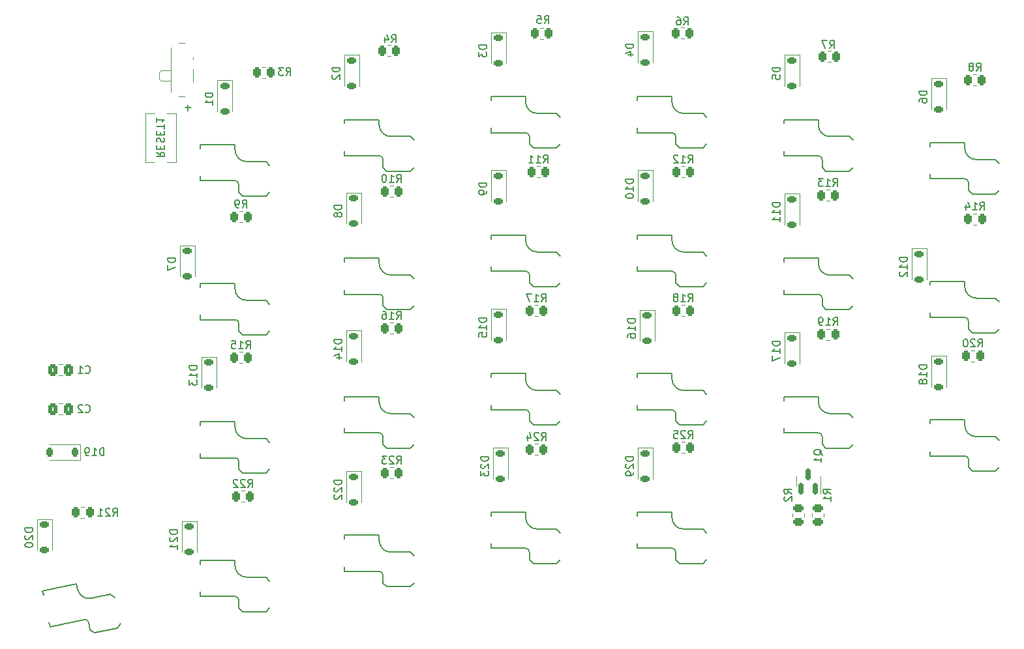
<source format=gbr>
%TF.GenerationSoftware,KiCad,Pcbnew,7.0.5-0*%
%TF.CreationDate,2023-10-17T19:27:59+10:30*%
%TF.ProjectId,Rolio,526f6c69-6f2e-46b6-9963-61645f706362,rev?*%
%TF.SameCoordinates,Original*%
%TF.FileFunction,Legend,Bot*%
%TF.FilePolarity,Positive*%
%FSLAX46Y46*%
G04 Gerber Fmt 4.6, Leading zero omitted, Abs format (unit mm)*
G04 Created by KiCad (PCBNEW 7.0.5-0) date 2023-10-17 19:27:59*
%MOMM*%
%LPD*%
G01*
G04 APERTURE LIST*
G04 Aperture macros list*
%AMRoundRect*
0 Rectangle with rounded corners*
0 $1 Rounding radius*
0 $2 $3 $4 $5 $6 $7 $8 $9 X,Y pos of 4 corners*
0 Add a 4 corners polygon primitive as box body*
4,1,4,$2,$3,$4,$5,$6,$7,$8,$9,$2,$3,0*
0 Add four circle primitives for the rounded corners*
1,1,$1+$1,$2,$3*
1,1,$1+$1,$4,$5*
1,1,$1+$1,$6,$7*
1,1,$1+$1,$8,$9*
0 Add four rect primitives between the rounded corners*
20,1,$1+$1,$2,$3,$4,$5,0*
20,1,$1+$1,$4,$5,$6,$7,0*
20,1,$1+$1,$6,$7,$8,$9,0*
20,1,$1+$1,$8,$9,$2,$3,0*%
%AMRotRect*
0 Rectangle, with rotation*
0 The origin of the aperture is its center*
0 $1 length*
0 $2 width*
0 $3 Rotation angle, in degrees counterclockwise*
0 Add horizontal line*
21,1,$1,$2,0,0,$3*%
G04 Aperture macros list end*
%ADD10C,0.150000*%
%ADD11C,0.120000*%
%ADD12C,1.701800*%
%ADD13C,3.000000*%
%ADD14C,3.429000*%
%ADD15C,0.990600*%
%ADD16R,2.600000X2.600000*%
%ADD17R,1.700000X1.700000*%
%ADD18O,1.700000X1.700000*%
%ADD19C,1.500000*%
%ADD20C,1.600000*%
%ADD21C,4.300000*%
%ADD22R,1.600000X1.600000*%
%ADD23O,1.600000X1.600000*%
%ADD24RotRect,2.600000X2.600000X12.000000*%
%ADD25R,1.350000X1.350000*%
%ADD26O,1.350000X1.350000*%
%ADD27RoundRect,0.250000X0.262500X0.450000X-0.262500X0.450000X-0.262500X-0.450000X0.262500X-0.450000X0*%
%ADD28RoundRect,0.225000X-0.375000X0.225000X-0.375000X-0.225000X0.375000X-0.225000X0.375000X0.225000X0*%
%ADD29RoundRect,0.250000X0.337500X0.475000X-0.337500X0.475000X-0.337500X-0.475000X0.337500X-0.475000X0*%
%ADD30RoundRect,0.250000X0.450000X-0.262500X0.450000X0.262500X-0.450000X0.262500X-0.450000X-0.262500X0*%
%ADD31R,0.800000X1.000000*%
%ADD32C,0.900000*%
%ADD33R,1.500000X0.700000*%
%ADD34RoundRect,0.250000X-0.337500X-0.475000X0.337500X-0.475000X0.337500X0.475000X-0.337500X0.475000X0*%
%ADD35R,1.000000X1.250000*%
%ADD36RoundRect,0.225000X0.225000X0.375000X-0.225000X0.375000X-0.225000X-0.375000X0.225000X-0.375000X0*%
%ADD37RoundRect,0.150000X0.150000X-0.587500X0.150000X0.587500X-0.150000X0.587500X-0.150000X-0.587500X0*%
G04 APERTURE END LIST*
D10*
X18223720Y-46478866D02*
X17461816Y-46478866D01*
X17842768Y-46859819D02*
X17842768Y-46097914D01*
%TO.C,R8*%
X120191666Y-41694819D02*
X120524999Y-41218628D01*
X120763094Y-41694819D02*
X120763094Y-40694819D01*
X120763094Y-40694819D02*
X120382142Y-40694819D01*
X120382142Y-40694819D02*
X120286904Y-40742438D01*
X120286904Y-40742438D02*
X120239285Y-40790057D01*
X120239285Y-40790057D02*
X120191666Y-40885295D01*
X120191666Y-40885295D02*
X120191666Y-41028152D01*
X120191666Y-41028152D02*
X120239285Y-41123390D01*
X120239285Y-41123390D02*
X120286904Y-41171009D01*
X120286904Y-41171009D02*
X120382142Y-41218628D01*
X120382142Y-41218628D02*
X120763094Y-41218628D01*
X119620237Y-41123390D02*
X119715475Y-41075771D01*
X119715475Y-41075771D02*
X119763094Y-41028152D01*
X119763094Y-41028152D02*
X119810713Y-40932914D01*
X119810713Y-40932914D02*
X119810713Y-40885295D01*
X119810713Y-40885295D02*
X119763094Y-40790057D01*
X119763094Y-40790057D02*
X119715475Y-40742438D01*
X119715475Y-40742438D02*
X119620237Y-40694819D01*
X119620237Y-40694819D02*
X119429761Y-40694819D01*
X119429761Y-40694819D02*
X119334523Y-40742438D01*
X119334523Y-40742438D02*
X119286904Y-40790057D01*
X119286904Y-40790057D02*
X119239285Y-40885295D01*
X119239285Y-40885295D02*
X119239285Y-40932914D01*
X119239285Y-40932914D02*
X119286904Y-41028152D01*
X119286904Y-41028152D02*
X119334523Y-41075771D01*
X119334523Y-41075771D02*
X119429761Y-41123390D01*
X119429761Y-41123390D02*
X119620237Y-41123390D01*
X119620237Y-41123390D02*
X119715475Y-41171009D01*
X119715475Y-41171009D02*
X119763094Y-41218628D01*
X119763094Y-41218628D02*
X119810713Y-41313866D01*
X119810713Y-41313866D02*
X119810713Y-41504342D01*
X119810713Y-41504342D02*
X119763094Y-41599580D01*
X119763094Y-41599580D02*
X119715475Y-41647200D01*
X119715475Y-41647200D02*
X119620237Y-41694819D01*
X119620237Y-41694819D02*
X119429761Y-41694819D01*
X119429761Y-41694819D02*
X119334523Y-41647200D01*
X119334523Y-41647200D02*
X119286904Y-41599580D01*
X119286904Y-41599580D02*
X119239285Y-41504342D01*
X119239285Y-41504342D02*
X119239285Y-41313866D01*
X119239285Y-41313866D02*
X119286904Y-41218628D01*
X119286904Y-41218628D02*
X119334523Y-41171009D01*
X119334523Y-41171009D02*
X119429761Y-41123390D01*
%TO.C,D17*%
X94720819Y-76851714D02*
X93720819Y-76851714D01*
X93720819Y-76851714D02*
X93720819Y-77089809D01*
X93720819Y-77089809D02*
X93768438Y-77232666D01*
X93768438Y-77232666D02*
X93863676Y-77327904D01*
X93863676Y-77327904D02*
X93958914Y-77375523D01*
X93958914Y-77375523D02*
X94149390Y-77423142D01*
X94149390Y-77423142D02*
X94292247Y-77423142D01*
X94292247Y-77423142D02*
X94482723Y-77375523D01*
X94482723Y-77375523D02*
X94577961Y-77327904D01*
X94577961Y-77327904D02*
X94673200Y-77232666D01*
X94673200Y-77232666D02*
X94720819Y-77089809D01*
X94720819Y-77089809D02*
X94720819Y-76851714D01*
X94720819Y-78375523D02*
X94720819Y-77804095D01*
X94720819Y-78089809D02*
X93720819Y-78089809D01*
X93720819Y-78089809D02*
X93863676Y-77994571D01*
X93863676Y-77994571D02*
X93958914Y-77899333D01*
X93958914Y-77899333D02*
X94006533Y-77804095D01*
X93720819Y-78708857D02*
X93720819Y-79375523D01*
X93720819Y-79375523D02*
X94720819Y-78946952D01*
%TO.C,C2*%
X4524666Y-86005580D02*
X4572285Y-86053200D01*
X4572285Y-86053200D02*
X4715142Y-86100819D01*
X4715142Y-86100819D02*
X4810380Y-86100819D01*
X4810380Y-86100819D02*
X4953237Y-86053200D01*
X4953237Y-86053200D02*
X5048475Y-85957961D01*
X5048475Y-85957961D02*
X5096094Y-85862723D01*
X5096094Y-85862723D02*
X5143713Y-85672247D01*
X5143713Y-85672247D02*
X5143713Y-85529390D01*
X5143713Y-85529390D02*
X5096094Y-85338914D01*
X5096094Y-85338914D02*
X5048475Y-85243676D01*
X5048475Y-85243676D02*
X4953237Y-85148438D01*
X4953237Y-85148438D02*
X4810380Y-85100819D01*
X4810380Y-85100819D02*
X4715142Y-85100819D01*
X4715142Y-85100819D02*
X4572285Y-85148438D01*
X4572285Y-85148438D02*
X4524666Y-85196057D01*
X4143713Y-85196057D02*
X4096094Y-85148438D01*
X4096094Y-85148438D02*
X4000856Y-85100819D01*
X4000856Y-85100819D02*
X3762761Y-85100819D01*
X3762761Y-85100819D02*
X3667523Y-85148438D01*
X3667523Y-85148438D02*
X3619904Y-85196057D01*
X3619904Y-85196057D02*
X3572285Y-85291295D01*
X3572285Y-85291295D02*
X3572285Y-85386533D01*
X3572285Y-85386533D02*
X3619904Y-85529390D01*
X3619904Y-85529390D02*
X4191332Y-86100819D01*
X4191332Y-86100819D02*
X3572285Y-86100819D01*
%TO.C,D10*%
X75670819Y-55769714D02*
X74670819Y-55769714D01*
X74670819Y-55769714D02*
X74670819Y-56007809D01*
X74670819Y-56007809D02*
X74718438Y-56150666D01*
X74718438Y-56150666D02*
X74813676Y-56245904D01*
X74813676Y-56245904D02*
X74908914Y-56293523D01*
X74908914Y-56293523D02*
X75099390Y-56341142D01*
X75099390Y-56341142D02*
X75242247Y-56341142D01*
X75242247Y-56341142D02*
X75432723Y-56293523D01*
X75432723Y-56293523D02*
X75527961Y-56245904D01*
X75527961Y-56245904D02*
X75623200Y-56150666D01*
X75623200Y-56150666D02*
X75670819Y-56007809D01*
X75670819Y-56007809D02*
X75670819Y-55769714D01*
X75670819Y-57293523D02*
X75670819Y-56722095D01*
X75670819Y-57007809D02*
X74670819Y-57007809D01*
X74670819Y-57007809D02*
X74813676Y-56912571D01*
X74813676Y-56912571D02*
X74908914Y-56817333D01*
X74908914Y-56817333D02*
X74956533Y-56722095D01*
X74670819Y-57912571D02*
X74670819Y-58007809D01*
X74670819Y-58007809D02*
X74718438Y-58103047D01*
X74718438Y-58103047D02*
X74766057Y-58150666D01*
X74766057Y-58150666D02*
X74861295Y-58198285D01*
X74861295Y-58198285D02*
X75051771Y-58245904D01*
X75051771Y-58245904D02*
X75289866Y-58245904D01*
X75289866Y-58245904D02*
X75480342Y-58198285D01*
X75480342Y-58198285D02*
X75575580Y-58150666D01*
X75575580Y-58150666D02*
X75623200Y-58103047D01*
X75623200Y-58103047D02*
X75670819Y-58007809D01*
X75670819Y-58007809D02*
X75670819Y-57912571D01*
X75670819Y-57912571D02*
X75623200Y-57817333D01*
X75623200Y-57817333D02*
X75575580Y-57769714D01*
X75575580Y-57769714D02*
X75480342Y-57722095D01*
X75480342Y-57722095D02*
X75289866Y-57674476D01*
X75289866Y-57674476D02*
X75051771Y-57674476D01*
X75051771Y-57674476D02*
X74861295Y-57722095D01*
X74861295Y-57722095D02*
X74766057Y-57769714D01*
X74766057Y-57769714D02*
X74718438Y-57817333D01*
X74718438Y-57817333D02*
X74670819Y-57912571D01*
%TO.C,D13*%
X19028819Y-80027714D02*
X18028819Y-80027714D01*
X18028819Y-80027714D02*
X18028819Y-80265809D01*
X18028819Y-80265809D02*
X18076438Y-80408666D01*
X18076438Y-80408666D02*
X18171676Y-80503904D01*
X18171676Y-80503904D02*
X18266914Y-80551523D01*
X18266914Y-80551523D02*
X18457390Y-80599142D01*
X18457390Y-80599142D02*
X18600247Y-80599142D01*
X18600247Y-80599142D02*
X18790723Y-80551523D01*
X18790723Y-80551523D02*
X18885961Y-80503904D01*
X18885961Y-80503904D02*
X18981200Y-80408666D01*
X18981200Y-80408666D02*
X19028819Y-80265809D01*
X19028819Y-80265809D02*
X19028819Y-80027714D01*
X19028819Y-81551523D02*
X19028819Y-80980095D01*
X19028819Y-81265809D02*
X18028819Y-81265809D01*
X18028819Y-81265809D02*
X18171676Y-81170571D01*
X18171676Y-81170571D02*
X18266914Y-81075333D01*
X18266914Y-81075333D02*
X18314533Y-80980095D01*
X18028819Y-81884857D02*
X18028819Y-82503904D01*
X18028819Y-82503904D02*
X18409771Y-82170571D01*
X18409771Y-82170571D02*
X18409771Y-82313428D01*
X18409771Y-82313428D02*
X18457390Y-82408666D01*
X18457390Y-82408666D02*
X18505009Y-82456285D01*
X18505009Y-82456285D02*
X18600247Y-82503904D01*
X18600247Y-82503904D02*
X18838342Y-82503904D01*
X18838342Y-82503904D02*
X18933580Y-82456285D01*
X18933580Y-82456285D02*
X18981200Y-82408666D01*
X18981200Y-82408666D02*
X19028819Y-82313428D01*
X19028819Y-82313428D02*
X19028819Y-82027714D01*
X19028819Y-82027714D02*
X18981200Y-81932476D01*
X18981200Y-81932476D02*
X18933580Y-81884857D01*
%TO.C,R12*%
X82788357Y-53630819D02*
X83121690Y-53154628D01*
X83359785Y-53630819D02*
X83359785Y-52630819D01*
X83359785Y-52630819D02*
X82978833Y-52630819D01*
X82978833Y-52630819D02*
X82883595Y-52678438D01*
X82883595Y-52678438D02*
X82835976Y-52726057D01*
X82835976Y-52726057D02*
X82788357Y-52821295D01*
X82788357Y-52821295D02*
X82788357Y-52964152D01*
X82788357Y-52964152D02*
X82835976Y-53059390D01*
X82835976Y-53059390D02*
X82883595Y-53107009D01*
X82883595Y-53107009D02*
X82978833Y-53154628D01*
X82978833Y-53154628D02*
X83359785Y-53154628D01*
X81835976Y-53630819D02*
X82407404Y-53630819D01*
X82121690Y-53630819D02*
X82121690Y-52630819D01*
X82121690Y-52630819D02*
X82216928Y-52773676D01*
X82216928Y-52773676D02*
X82312166Y-52868914D01*
X82312166Y-52868914D02*
X82407404Y-52916533D01*
X81455023Y-52726057D02*
X81407404Y-52678438D01*
X81407404Y-52678438D02*
X81312166Y-52630819D01*
X81312166Y-52630819D02*
X81074071Y-52630819D01*
X81074071Y-52630819D02*
X80978833Y-52678438D01*
X80978833Y-52678438D02*
X80931214Y-52726057D01*
X80931214Y-52726057D02*
X80883595Y-52821295D01*
X80883595Y-52821295D02*
X80883595Y-52916533D01*
X80883595Y-52916533D02*
X80931214Y-53059390D01*
X80931214Y-53059390D02*
X81502642Y-53630819D01*
X81502642Y-53630819D02*
X80883595Y-53630819D01*
%TO.C,D1*%
X21079319Y-44561905D02*
X20079319Y-44561905D01*
X20079319Y-44561905D02*
X20079319Y-44800000D01*
X20079319Y-44800000D02*
X20126938Y-44942857D01*
X20126938Y-44942857D02*
X20222176Y-45038095D01*
X20222176Y-45038095D02*
X20317414Y-45085714D01*
X20317414Y-45085714D02*
X20507890Y-45133333D01*
X20507890Y-45133333D02*
X20650747Y-45133333D01*
X20650747Y-45133333D02*
X20841223Y-45085714D01*
X20841223Y-45085714D02*
X20936461Y-45038095D01*
X20936461Y-45038095D02*
X21031700Y-44942857D01*
X21031700Y-44942857D02*
X21079319Y-44800000D01*
X21079319Y-44800000D02*
X21079319Y-44561905D01*
X21079319Y-46085714D02*
X21079319Y-45514286D01*
X21079319Y-45800000D02*
X20079319Y-45800000D01*
X20079319Y-45800000D02*
X20222176Y-45704762D01*
X20222176Y-45704762D02*
X20317414Y-45609524D01*
X20317414Y-45609524D02*
X20365033Y-45514286D01*
%TO.C,R10*%
X44942357Y-56170819D02*
X45275690Y-55694628D01*
X45513785Y-56170819D02*
X45513785Y-55170819D01*
X45513785Y-55170819D02*
X45132833Y-55170819D01*
X45132833Y-55170819D02*
X45037595Y-55218438D01*
X45037595Y-55218438D02*
X44989976Y-55266057D01*
X44989976Y-55266057D02*
X44942357Y-55361295D01*
X44942357Y-55361295D02*
X44942357Y-55504152D01*
X44942357Y-55504152D02*
X44989976Y-55599390D01*
X44989976Y-55599390D02*
X45037595Y-55647009D01*
X45037595Y-55647009D02*
X45132833Y-55694628D01*
X45132833Y-55694628D02*
X45513785Y-55694628D01*
X43989976Y-56170819D02*
X44561404Y-56170819D01*
X44275690Y-56170819D02*
X44275690Y-55170819D01*
X44275690Y-55170819D02*
X44370928Y-55313676D01*
X44370928Y-55313676D02*
X44466166Y-55408914D01*
X44466166Y-55408914D02*
X44561404Y-55456533D01*
X43370928Y-55170819D02*
X43275690Y-55170819D01*
X43275690Y-55170819D02*
X43180452Y-55218438D01*
X43180452Y-55218438D02*
X43132833Y-55266057D01*
X43132833Y-55266057D02*
X43085214Y-55361295D01*
X43085214Y-55361295D02*
X43037595Y-55551771D01*
X43037595Y-55551771D02*
X43037595Y-55789866D01*
X43037595Y-55789866D02*
X43085214Y-55980342D01*
X43085214Y-55980342D02*
X43132833Y-56075580D01*
X43132833Y-56075580D02*
X43180452Y-56123200D01*
X43180452Y-56123200D02*
X43275690Y-56170819D01*
X43275690Y-56170819D02*
X43370928Y-56170819D01*
X43370928Y-56170819D02*
X43466166Y-56123200D01*
X43466166Y-56123200D02*
X43513785Y-56075580D01*
X43513785Y-56075580D02*
X43561404Y-55980342D01*
X43561404Y-55980342D02*
X43609023Y-55789866D01*
X43609023Y-55789866D02*
X43609023Y-55551771D01*
X43609023Y-55551771D02*
X43561404Y-55361295D01*
X43561404Y-55361295D02*
X43513785Y-55266057D01*
X43513785Y-55266057D02*
X43466166Y-55218438D01*
X43466166Y-55218438D02*
X43370928Y-55170819D01*
%TO.C,D12*%
X111230819Y-65931714D02*
X110230819Y-65931714D01*
X110230819Y-65931714D02*
X110230819Y-66169809D01*
X110230819Y-66169809D02*
X110278438Y-66312666D01*
X110278438Y-66312666D02*
X110373676Y-66407904D01*
X110373676Y-66407904D02*
X110468914Y-66455523D01*
X110468914Y-66455523D02*
X110659390Y-66503142D01*
X110659390Y-66503142D02*
X110802247Y-66503142D01*
X110802247Y-66503142D02*
X110992723Y-66455523D01*
X110992723Y-66455523D02*
X111087961Y-66407904D01*
X111087961Y-66407904D02*
X111183200Y-66312666D01*
X111183200Y-66312666D02*
X111230819Y-66169809D01*
X111230819Y-66169809D02*
X111230819Y-65931714D01*
X111230819Y-67455523D02*
X111230819Y-66884095D01*
X111230819Y-67169809D02*
X110230819Y-67169809D01*
X110230819Y-67169809D02*
X110373676Y-67074571D01*
X110373676Y-67074571D02*
X110468914Y-66979333D01*
X110468914Y-66979333D02*
X110516533Y-66884095D01*
X110326057Y-67836476D02*
X110278438Y-67884095D01*
X110278438Y-67884095D02*
X110230819Y-67979333D01*
X110230819Y-67979333D02*
X110230819Y-68217428D01*
X110230819Y-68217428D02*
X110278438Y-68312666D01*
X110278438Y-68312666D02*
X110326057Y-68360285D01*
X110326057Y-68360285D02*
X110421295Y-68407904D01*
X110421295Y-68407904D02*
X110516533Y-68407904D01*
X110516533Y-68407904D02*
X110659390Y-68360285D01*
X110659390Y-68360285D02*
X111230819Y-67788857D01*
X111230819Y-67788857D02*
X111230819Y-68407904D01*
%TO.C,D14*%
X37824819Y-76598214D02*
X36824819Y-76598214D01*
X36824819Y-76598214D02*
X36824819Y-76836309D01*
X36824819Y-76836309D02*
X36872438Y-76979166D01*
X36872438Y-76979166D02*
X36967676Y-77074404D01*
X36967676Y-77074404D02*
X37062914Y-77122023D01*
X37062914Y-77122023D02*
X37253390Y-77169642D01*
X37253390Y-77169642D02*
X37396247Y-77169642D01*
X37396247Y-77169642D02*
X37586723Y-77122023D01*
X37586723Y-77122023D02*
X37681961Y-77074404D01*
X37681961Y-77074404D02*
X37777200Y-76979166D01*
X37777200Y-76979166D02*
X37824819Y-76836309D01*
X37824819Y-76836309D02*
X37824819Y-76598214D01*
X37824819Y-78122023D02*
X37824819Y-77550595D01*
X37824819Y-77836309D02*
X36824819Y-77836309D01*
X36824819Y-77836309D02*
X36967676Y-77741071D01*
X36967676Y-77741071D02*
X37062914Y-77645833D01*
X37062914Y-77645833D02*
X37110533Y-77550595D01*
X37158152Y-78979166D02*
X37824819Y-78979166D01*
X36777200Y-78741071D02*
X37491485Y-78502976D01*
X37491485Y-78502976D02*
X37491485Y-79122023D01*
%TO.C,R2*%
X96230819Y-96628833D02*
X95754628Y-96295500D01*
X96230819Y-96057405D02*
X95230819Y-96057405D01*
X95230819Y-96057405D02*
X95230819Y-96438357D01*
X95230819Y-96438357D02*
X95278438Y-96533595D01*
X95278438Y-96533595D02*
X95326057Y-96581214D01*
X95326057Y-96581214D02*
X95421295Y-96628833D01*
X95421295Y-96628833D02*
X95564152Y-96628833D01*
X95564152Y-96628833D02*
X95659390Y-96581214D01*
X95659390Y-96581214D02*
X95707009Y-96533595D01*
X95707009Y-96533595D02*
X95754628Y-96438357D01*
X95754628Y-96438357D02*
X95754628Y-96057405D01*
X95326057Y-97009786D02*
X95278438Y-97057405D01*
X95278438Y-97057405D02*
X95230819Y-97152643D01*
X95230819Y-97152643D02*
X95230819Y-97390738D01*
X95230819Y-97390738D02*
X95278438Y-97485976D01*
X95278438Y-97485976D02*
X95326057Y-97533595D01*
X95326057Y-97533595D02*
X95421295Y-97581214D01*
X95421295Y-97581214D02*
X95516533Y-97581214D01*
X95516533Y-97581214D02*
X95659390Y-97533595D01*
X95659390Y-97533595D02*
X96230819Y-96962167D01*
X96230819Y-96962167D02*
X96230819Y-97581214D01*
%TO.C,R21*%
X8083022Y-99536431D02*
X8416355Y-99060240D01*
X8654450Y-99536431D02*
X8654450Y-98536431D01*
X8654450Y-98536431D02*
X8273498Y-98536431D01*
X8273498Y-98536431D02*
X8178260Y-98584050D01*
X8178260Y-98584050D02*
X8130641Y-98631669D01*
X8130641Y-98631669D02*
X8083022Y-98726907D01*
X8083022Y-98726907D02*
X8083022Y-98869764D01*
X8083022Y-98869764D02*
X8130641Y-98965002D01*
X8130641Y-98965002D02*
X8178260Y-99012621D01*
X8178260Y-99012621D02*
X8273498Y-99060240D01*
X8273498Y-99060240D02*
X8654450Y-99060240D01*
X7702069Y-98631669D02*
X7654450Y-98584050D01*
X7654450Y-98584050D02*
X7559212Y-98536431D01*
X7559212Y-98536431D02*
X7321117Y-98536431D01*
X7321117Y-98536431D02*
X7225879Y-98584050D01*
X7225879Y-98584050D02*
X7178260Y-98631669D01*
X7178260Y-98631669D02*
X7130641Y-98726907D01*
X7130641Y-98726907D02*
X7130641Y-98822145D01*
X7130641Y-98822145D02*
X7178260Y-98965002D01*
X7178260Y-98965002D02*
X7749688Y-99536431D01*
X7749688Y-99536431D02*
X7130641Y-99536431D01*
X6178260Y-99536431D02*
X6749688Y-99536431D01*
X6463974Y-99536431D02*
X6463974Y-98536431D01*
X6463974Y-98536431D02*
X6559212Y-98679288D01*
X6559212Y-98679288D02*
X6654450Y-98774526D01*
X6654450Y-98774526D02*
X6749688Y-98822145D01*
%TO.C,D15*%
X56620819Y-73803714D02*
X55620819Y-73803714D01*
X55620819Y-73803714D02*
X55620819Y-74041809D01*
X55620819Y-74041809D02*
X55668438Y-74184666D01*
X55668438Y-74184666D02*
X55763676Y-74279904D01*
X55763676Y-74279904D02*
X55858914Y-74327523D01*
X55858914Y-74327523D02*
X56049390Y-74375142D01*
X56049390Y-74375142D02*
X56192247Y-74375142D01*
X56192247Y-74375142D02*
X56382723Y-74327523D01*
X56382723Y-74327523D02*
X56477961Y-74279904D01*
X56477961Y-74279904D02*
X56573200Y-74184666D01*
X56573200Y-74184666D02*
X56620819Y-74041809D01*
X56620819Y-74041809D02*
X56620819Y-73803714D01*
X56620819Y-75327523D02*
X56620819Y-74756095D01*
X56620819Y-75041809D02*
X55620819Y-75041809D01*
X55620819Y-75041809D02*
X55763676Y-74946571D01*
X55763676Y-74946571D02*
X55858914Y-74851333D01*
X55858914Y-74851333D02*
X55906533Y-74756095D01*
X55620819Y-76232285D02*
X55620819Y-75756095D01*
X55620819Y-75756095D02*
X56097009Y-75708476D01*
X56097009Y-75708476D02*
X56049390Y-75756095D01*
X56049390Y-75756095D02*
X56001771Y-75851333D01*
X56001771Y-75851333D02*
X56001771Y-76089428D01*
X56001771Y-76089428D02*
X56049390Y-76184666D01*
X56049390Y-76184666D02*
X56097009Y-76232285D01*
X56097009Y-76232285D02*
X56192247Y-76279904D01*
X56192247Y-76279904D02*
X56430342Y-76279904D01*
X56430342Y-76279904D02*
X56525580Y-76232285D01*
X56525580Y-76232285D02*
X56573200Y-76184666D01*
X56573200Y-76184666D02*
X56620819Y-76089428D01*
X56620819Y-76089428D02*
X56620819Y-75851333D01*
X56620819Y-75851333D02*
X56573200Y-75756095D01*
X56573200Y-75756095D02*
X56525580Y-75708476D01*
%TO.C,R18*%
X82788357Y-71664819D02*
X83121690Y-71188628D01*
X83359785Y-71664819D02*
X83359785Y-70664819D01*
X83359785Y-70664819D02*
X82978833Y-70664819D01*
X82978833Y-70664819D02*
X82883595Y-70712438D01*
X82883595Y-70712438D02*
X82835976Y-70760057D01*
X82835976Y-70760057D02*
X82788357Y-70855295D01*
X82788357Y-70855295D02*
X82788357Y-70998152D01*
X82788357Y-70998152D02*
X82835976Y-71093390D01*
X82835976Y-71093390D02*
X82883595Y-71141009D01*
X82883595Y-71141009D02*
X82978833Y-71188628D01*
X82978833Y-71188628D02*
X83359785Y-71188628D01*
X81835976Y-71664819D02*
X82407404Y-71664819D01*
X82121690Y-71664819D02*
X82121690Y-70664819D01*
X82121690Y-70664819D02*
X82216928Y-70807676D01*
X82216928Y-70807676D02*
X82312166Y-70902914D01*
X82312166Y-70902914D02*
X82407404Y-70950533D01*
X81264547Y-71093390D02*
X81359785Y-71045771D01*
X81359785Y-71045771D02*
X81407404Y-70998152D01*
X81407404Y-70998152D02*
X81455023Y-70902914D01*
X81455023Y-70902914D02*
X81455023Y-70855295D01*
X81455023Y-70855295D02*
X81407404Y-70760057D01*
X81407404Y-70760057D02*
X81359785Y-70712438D01*
X81359785Y-70712438D02*
X81264547Y-70664819D01*
X81264547Y-70664819D02*
X81074071Y-70664819D01*
X81074071Y-70664819D02*
X80978833Y-70712438D01*
X80978833Y-70712438D02*
X80931214Y-70760057D01*
X80931214Y-70760057D02*
X80883595Y-70855295D01*
X80883595Y-70855295D02*
X80883595Y-70902914D01*
X80883595Y-70902914D02*
X80931214Y-70998152D01*
X80931214Y-70998152D02*
X80978833Y-71045771D01*
X80978833Y-71045771D02*
X81074071Y-71093390D01*
X81074071Y-71093390D02*
X81264547Y-71093390D01*
X81264547Y-71093390D02*
X81359785Y-71141009D01*
X81359785Y-71141009D02*
X81407404Y-71188628D01*
X81407404Y-71188628D02*
X81455023Y-71283866D01*
X81455023Y-71283866D02*
X81455023Y-71474342D01*
X81455023Y-71474342D02*
X81407404Y-71569580D01*
X81407404Y-71569580D02*
X81359785Y-71617200D01*
X81359785Y-71617200D02*
X81264547Y-71664819D01*
X81264547Y-71664819D02*
X81074071Y-71664819D01*
X81074071Y-71664819D02*
X80978833Y-71617200D01*
X80978833Y-71617200D02*
X80931214Y-71569580D01*
X80931214Y-71569580D02*
X80883595Y-71474342D01*
X80883595Y-71474342D02*
X80883595Y-71283866D01*
X80883595Y-71283866D02*
X80931214Y-71188628D01*
X80931214Y-71188628D02*
X80978833Y-71141009D01*
X80978833Y-71141009D02*
X81074071Y-71093390D01*
%TO.C,R19*%
X101602857Y-74750819D02*
X101936190Y-74274628D01*
X102174285Y-74750819D02*
X102174285Y-73750819D01*
X102174285Y-73750819D02*
X101793333Y-73750819D01*
X101793333Y-73750819D02*
X101698095Y-73798438D01*
X101698095Y-73798438D02*
X101650476Y-73846057D01*
X101650476Y-73846057D02*
X101602857Y-73941295D01*
X101602857Y-73941295D02*
X101602857Y-74084152D01*
X101602857Y-74084152D02*
X101650476Y-74179390D01*
X101650476Y-74179390D02*
X101698095Y-74227009D01*
X101698095Y-74227009D02*
X101793333Y-74274628D01*
X101793333Y-74274628D02*
X102174285Y-74274628D01*
X100650476Y-74750819D02*
X101221904Y-74750819D01*
X100936190Y-74750819D02*
X100936190Y-73750819D01*
X100936190Y-73750819D02*
X101031428Y-73893676D01*
X101031428Y-73893676D02*
X101126666Y-73988914D01*
X101126666Y-73988914D02*
X101221904Y-74036533D01*
X100174285Y-74750819D02*
X99983809Y-74750819D01*
X99983809Y-74750819D02*
X99888571Y-74703200D01*
X99888571Y-74703200D02*
X99840952Y-74655580D01*
X99840952Y-74655580D02*
X99745714Y-74512723D01*
X99745714Y-74512723D02*
X99698095Y-74322247D01*
X99698095Y-74322247D02*
X99698095Y-73941295D01*
X99698095Y-73941295D02*
X99745714Y-73846057D01*
X99745714Y-73846057D02*
X99793333Y-73798438D01*
X99793333Y-73798438D02*
X99888571Y-73750819D01*
X99888571Y-73750819D02*
X100079047Y-73750819D01*
X100079047Y-73750819D02*
X100174285Y-73798438D01*
X100174285Y-73798438D02*
X100221904Y-73846057D01*
X100221904Y-73846057D02*
X100269523Y-73941295D01*
X100269523Y-73941295D02*
X100269523Y-74179390D01*
X100269523Y-74179390D02*
X100221904Y-74274628D01*
X100221904Y-74274628D02*
X100174285Y-74322247D01*
X100174285Y-74322247D02*
X100079047Y-74369866D01*
X100079047Y-74369866D02*
X99888571Y-74369866D01*
X99888571Y-74369866D02*
X99793333Y-74322247D01*
X99793333Y-74322247D02*
X99745714Y-74274628D01*
X99745714Y-74274628D02*
X99698095Y-74179390D01*
%TO.C,R14*%
X120652857Y-59764819D02*
X120986190Y-59288628D01*
X121224285Y-59764819D02*
X121224285Y-58764819D01*
X121224285Y-58764819D02*
X120843333Y-58764819D01*
X120843333Y-58764819D02*
X120748095Y-58812438D01*
X120748095Y-58812438D02*
X120700476Y-58860057D01*
X120700476Y-58860057D02*
X120652857Y-58955295D01*
X120652857Y-58955295D02*
X120652857Y-59098152D01*
X120652857Y-59098152D02*
X120700476Y-59193390D01*
X120700476Y-59193390D02*
X120748095Y-59241009D01*
X120748095Y-59241009D02*
X120843333Y-59288628D01*
X120843333Y-59288628D02*
X121224285Y-59288628D01*
X119700476Y-59764819D02*
X120271904Y-59764819D01*
X119986190Y-59764819D02*
X119986190Y-58764819D01*
X119986190Y-58764819D02*
X120081428Y-58907676D01*
X120081428Y-58907676D02*
X120176666Y-59002914D01*
X120176666Y-59002914D02*
X120271904Y-59050533D01*
X118843333Y-59098152D02*
X118843333Y-59764819D01*
X119081428Y-58717200D02*
X119319523Y-59431485D01*
X119319523Y-59431485D02*
X118700476Y-59431485D01*
%TO.C,D3*%
X56620819Y-38339905D02*
X55620819Y-38339905D01*
X55620819Y-38339905D02*
X55620819Y-38578000D01*
X55620819Y-38578000D02*
X55668438Y-38720857D01*
X55668438Y-38720857D02*
X55763676Y-38816095D01*
X55763676Y-38816095D02*
X55858914Y-38863714D01*
X55858914Y-38863714D02*
X56049390Y-38911333D01*
X56049390Y-38911333D02*
X56192247Y-38911333D01*
X56192247Y-38911333D02*
X56382723Y-38863714D01*
X56382723Y-38863714D02*
X56477961Y-38816095D01*
X56477961Y-38816095D02*
X56573200Y-38720857D01*
X56573200Y-38720857D02*
X56620819Y-38578000D01*
X56620819Y-38578000D02*
X56620819Y-38339905D01*
X55620819Y-39244667D02*
X55620819Y-39863714D01*
X55620819Y-39863714D02*
X56001771Y-39530381D01*
X56001771Y-39530381D02*
X56001771Y-39673238D01*
X56001771Y-39673238D02*
X56049390Y-39768476D01*
X56049390Y-39768476D02*
X56097009Y-39816095D01*
X56097009Y-39816095D02*
X56192247Y-39863714D01*
X56192247Y-39863714D02*
X56430342Y-39863714D01*
X56430342Y-39863714D02*
X56525580Y-39816095D01*
X56525580Y-39816095D02*
X56573200Y-39768476D01*
X56573200Y-39768476D02*
X56620819Y-39673238D01*
X56620819Y-39673238D02*
X56620819Y-39387524D01*
X56620819Y-39387524D02*
X56573200Y-39292286D01*
X56573200Y-39292286D02*
X56525580Y-39244667D01*
%TO.C,R24*%
X63738357Y-89698819D02*
X64071690Y-89222628D01*
X64309785Y-89698819D02*
X64309785Y-88698819D01*
X64309785Y-88698819D02*
X63928833Y-88698819D01*
X63928833Y-88698819D02*
X63833595Y-88746438D01*
X63833595Y-88746438D02*
X63785976Y-88794057D01*
X63785976Y-88794057D02*
X63738357Y-88889295D01*
X63738357Y-88889295D02*
X63738357Y-89032152D01*
X63738357Y-89032152D02*
X63785976Y-89127390D01*
X63785976Y-89127390D02*
X63833595Y-89175009D01*
X63833595Y-89175009D02*
X63928833Y-89222628D01*
X63928833Y-89222628D02*
X64309785Y-89222628D01*
X63357404Y-88794057D02*
X63309785Y-88746438D01*
X63309785Y-88746438D02*
X63214547Y-88698819D01*
X63214547Y-88698819D02*
X62976452Y-88698819D01*
X62976452Y-88698819D02*
X62881214Y-88746438D01*
X62881214Y-88746438D02*
X62833595Y-88794057D01*
X62833595Y-88794057D02*
X62785976Y-88889295D01*
X62785976Y-88889295D02*
X62785976Y-88984533D01*
X62785976Y-88984533D02*
X62833595Y-89127390D01*
X62833595Y-89127390D02*
X63405023Y-89698819D01*
X63405023Y-89698819D02*
X62785976Y-89698819D01*
X61928833Y-89032152D02*
X61928833Y-89698819D01*
X62166928Y-88651200D02*
X62405023Y-89365485D01*
X62405023Y-89365485D02*
X61785976Y-89365485D01*
%TO.C,R1*%
X101310819Y-96628833D02*
X100834628Y-96295500D01*
X101310819Y-96057405D02*
X100310819Y-96057405D01*
X100310819Y-96057405D02*
X100310819Y-96438357D01*
X100310819Y-96438357D02*
X100358438Y-96533595D01*
X100358438Y-96533595D02*
X100406057Y-96581214D01*
X100406057Y-96581214D02*
X100501295Y-96628833D01*
X100501295Y-96628833D02*
X100644152Y-96628833D01*
X100644152Y-96628833D02*
X100739390Y-96581214D01*
X100739390Y-96581214D02*
X100787009Y-96533595D01*
X100787009Y-96533595D02*
X100834628Y-96438357D01*
X100834628Y-96438357D02*
X100834628Y-96057405D01*
X101310819Y-97581214D02*
X101310819Y-97009786D01*
X101310819Y-97295500D02*
X100310819Y-97295500D01*
X100310819Y-97295500D02*
X100453676Y-97200262D01*
X100453676Y-97200262D02*
X100548914Y-97105024D01*
X100548914Y-97105024D02*
X100596533Y-97009786D01*
%TO.C,D22*%
X37824819Y-94889714D02*
X36824819Y-94889714D01*
X36824819Y-94889714D02*
X36824819Y-95127809D01*
X36824819Y-95127809D02*
X36872438Y-95270666D01*
X36872438Y-95270666D02*
X36967676Y-95365904D01*
X36967676Y-95365904D02*
X37062914Y-95413523D01*
X37062914Y-95413523D02*
X37253390Y-95461142D01*
X37253390Y-95461142D02*
X37396247Y-95461142D01*
X37396247Y-95461142D02*
X37586723Y-95413523D01*
X37586723Y-95413523D02*
X37681961Y-95365904D01*
X37681961Y-95365904D02*
X37777200Y-95270666D01*
X37777200Y-95270666D02*
X37824819Y-95127809D01*
X37824819Y-95127809D02*
X37824819Y-94889714D01*
X36920057Y-95842095D02*
X36872438Y-95889714D01*
X36872438Y-95889714D02*
X36824819Y-95984952D01*
X36824819Y-95984952D02*
X36824819Y-96223047D01*
X36824819Y-96223047D02*
X36872438Y-96318285D01*
X36872438Y-96318285D02*
X36920057Y-96365904D01*
X36920057Y-96365904D02*
X37015295Y-96413523D01*
X37015295Y-96413523D02*
X37110533Y-96413523D01*
X37110533Y-96413523D02*
X37253390Y-96365904D01*
X37253390Y-96365904D02*
X37824819Y-95794476D01*
X37824819Y-95794476D02*
X37824819Y-96413523D01*
X36920057Y-96794476D02*
X36872438Y-96842095D01*
X36872438Y-96842095D02*
X36824819Y-96937333D01*
X36824819Y-96937333D02*
X36824819Y-97175428D01*
X36824819Y-97175428D02*
X36872438Y-97270666D01*
X36872438Y-97270666D02*
X36920057Y-97318285D01*
X36920057Y-97318285D02*
X37015295Y-97365904D01*
X37015295Y-97365904D02*
X37110533Y-97365904D01*
X37110533Y-97365904D02*
X37253390Y-97318285D01*
X37253390Y-97318285D02*
X37824819Y-96746857D01*
X37824819Y-96746857D02*
X37824819Y-97365904D01*
%TO.C,D23*%
X56874819Y-91837714D02*
X55874819Y-91837714D01*
X55874819Y-91837714D02*
X55874819Y-92075809D01*
X55874819Y-92075809D02*
X55922438Y-92218666D01*
X55922438Y-92218666D02*
X56017676Y-92313904D01*
X56017676Y-92313904D02*
X56112914Y-92361523D01*
X56112914Y-92361523D02*
X56303390Y-92409142D01*
X56303390Y-92409142D02*
X56446247Y-92409142D01*
X56446247Y-92409142D02*
X56636723Y-92361523D01*
X56636723Y-92361523D02*
X56731961Y-92313904D01*
X56731961Y-92313904D02*
X56827200Y-92218666D01*
X56827200Y-92218666D02*
X56874819Y-92075809D01*
X56874819Y-92075809D02*
X56874819Y-91837714D01*
X55970057Y-92790095D02*
X55922438Y-92837714D01*
X55922438Y-92837714D02*
X55874819Y-92932952D01*
X55874819Y-92932952D02*
X55874819Y-93171047D01*
X55874819Y-93171047D02*
X55922438Y-93266285D01*
X55922438Y-93266285D02*
X55970057Y-93313904D01*
X55970057Y-93313904D02*
X56065295Y-93361523D01*
X56065295Y-93361523D02*
X56160533Y-93361523D01*
X56160533Y-93361523D02*
X56303390Y-93313904D01*
X56303390Y-93313904D02*
X56874819Y-92742476D01*
X56874819Y-92742476D02*
X56874819Y-93361523D01*
X55874819Y-93694857D02*
X55874819Y-94313904D01*
X55874819Y-94313904D02*
X56255771Y-93980571D01*
X56255771Y-93980571D02*
X56255771Y-94123428D01*
X56255771Y-94123428D02*
X56303390Y-94218666D01*
X56303390Y-94218666D02*
X56351009Y-94266285D01*
X56351009Y-94266285D02*
X56446247Y-94313904D01*
X56446247Y-94313904D02*
X56684342Y-94313904D01*
X56684342Y-94313904D02*
X56779580Y-94266285D01*
X56779580Y-94266285D02*
X56827200Y-94218666D01*
X56827200Y-94218666D02*
X56874819Y-94123428D01*
X56874819Y-94123428D02*
X56874819Y-93837714D01*
X56874819Y-93837714D02*
X56827200Y-93742476D01*
X56827200Y-93742476D02*
X56779580Y-93694857D01*
%TO.C,D11*%
X94720819Y-58817714D02*
X93720819Y-58817714D01*
X93720819Y-58817714D02*
X93720819Y-59055809D01*
X93720819Y-59055809D02*
X93768438Y-59198666D01*
X93768438Y-59198666D02*
X93863676Y-59293904D01*
X93863676Y-59293904D02*
X93958914Y-59341523D01*
X93958914Y-59341523D02*
X94149390Y-59389142D01*
X94149390Y-59389142D02*
X94292247Y-59389142D01*
X94292247Y-59389142D02*
X94482723Y-59341523D01*
X94482723Y-59341523D02*
X94577961Y-59293904D01*
X94577961Y-59293904D02*
X94673200Y-59198666D01*
X94673200Y-59198666D02*
X94720819Y-59055809D01*
X94720819Y-59055809D02*
X94720819Y-58817714D01*
X94720819Y-60341523D02*
X94720819Y-59770095D01*
X94720819Y-60055809D02*
X93720819Y-60055809D01*
X93720819Y-60055809D02*
X93863676Y-59960571D01*
X93863676Y-59960571D02*
X93958914Y-59865333D01*
X93958914Y-59865333D02*
X94006533Y-59770095D01*
X94720819Y-61293904D02*
X94720819Y-60722476D01*
X94720819Y-61008190D02*
X93720819Y-61008190D01*
X93720819Y-61008190D02*
X93863676Y-60912952D01*
X93863676Y-60912952D02*
X93958914Y-60817714D01*
X93958914Y-60817714D02*
X94006533Y-60722476D01*
%TO.C,D7*%
X16234819Y-66025905D02*
X15234819Y-66025905D01*
X15234819Y-66025905D02*
X15234819Y-66264000D01*
X15234819Y-66264000D02*
X15282438Y-66406857D01*
X15282438Y-66406857D02*
X15377676Y-66502095D01*
X15377676Y-66502095D02*
X15472914Y-66549714D01*
X15472914Y-66549714D02*
X15663390Y-66597333D01*
X15663390Y-66597333D02*
X15806247Y-66597333D01*
X15806247Y-66597333D02*
X15996723Y-66549714D01*
X15996723Y-66549714D02*
X16091961Y-66502095D01*
X16091961Y-66502095D02*
X16187200Y-66406857D01*
X16187200Y-66406857D02*
X16234819Y-66264000D01*
X16234819Y-66264000D02*
X16234819Y-66025905D01*
X15234819Y-66930667D02*
X15234819Y-67597333D01*
X15234819Y-67597333D02*
X16234819Y-67168762D01*
%TO.C,R20*%
X120398857Y-77544819D02*
X120732190Y-77068628D01*
X120970285Y-77544819D02*
X120970285Y-76544819D01*
X120970285Y-76544819D02*
X120589333Y-76544819D01*
X120589333Y-76544819D02*
X120494095Y-76592438D01*
X120494095Y-76592438D02*
X120446476Y-76640057D01*
X120446476Y-76640057D02*
X120398857Y-76735295D01*
X120398857Y-76735295D02*
X120398857Y-76878152D01*
X120398857Y-76878152D02*
X120446476Y-76973390D01*
X120446476Y-76973390D02*
X120494095Y-77021009D01*
X120494095Y-77021009D02*
X120589333Y-77068628D01*
X120589333Y-77068628D02*
X120970285Y-77068628D01*
X120017904Y-76640057D02*
X119970285Y-76592438D01*
X119970285Y-76592438D02*
X119875047Y-76544819D01*
X119875047Y-76544819D02*
X119636952Y-76544819D01*
X119636952Y-76544819D02*
X119541714Y-76592438D01*
X119541714Y-76592438D02*
X119494095Y-76640057D01*
X119494095Y-76640057D02*
X119446476Y-76735295D01*
X119446476Y-76735295D02*
X119446476Y-76830533D01*
X119446476Y-76830533D02*
X119494095Y-76973390D01*
X119494095Y-76973390D02*
X120065523Y-77544819D01*
X120065523Y-77544819D02*
X119446476Y-77544819D01*
X118827428Y-76544819D02*
X118732190Y-76544819D01*
X118732190Y-76544819D02*
X118636952Y-76592438D01*
X118636952Y-76592438D02*
X118589333Y-76640057D01*
X118589333Y-76640057D02*
X118541714Y-76735295D01*
X118541714Y-76735295D02*
X118494095Y-76925771D01*
X118494095Y-76925771D02*
X118494095Y-77163866D01*
X118494095Y-77163866D02*
X118541714Y-77354342D01*
X118541714Y-77354342D02*
X118589333Y-77449580D01*
X118589333Y-77449580D02*
X118636952Y-77497200D01*
X118636952Y-77497200D02*
X118732190Y-77544819D01*
X118732190Y-77544819D02*
X118827428Y-77544819D01*
X118827428Y-77544819D02*
X118922666Y-77497200D01*
X118922666Y-77497200D02*
X118970285Y-77449580D01*
X118970285Y-77449580D02*
X119017904Y-77354342D01*
X119017904Y-77354342D02*
X119065523Y-77163866D01*
X119065523Y-77163866D02*
X119065523Y-76925771D01*
X119065523Y-76925771D02*
X119017904Y-76735295D01*
X119017904Y-76735295D02*
X118970285Y-76640057D01*
X118970285Y-76640057D02*
X118922666Y-76592438D01*
X118922666Y-76592438D02*
X118827428Y-76544819D01*
%TO.C,D20*%
X-2307181Y-101109714D02*
X-3307181Y-101109714D01*
X-3307181Y-101109714D02*
X-3307181Y-101347809D01*
X-3307181Y-101347809D02*
X-3259562Y-101490666D01*
X-3259562Y-101490666D02*
X-3164324Y-101585904D01*
X-3164324Y-101585904D02*
X-3069086Y-101633523D01*
X-3069086Y-101633523D02*
X-2878610Y-101681142D01*
X-2878610Y-101681142D02*
X-2735753Y-101681142D01*
X-2735753Y-101681142D02*
X-2545277Y-101633523D01*
X-2545277Y-101633523D02*
X-2450039Y-101585904D01*
X-2450039Y-101585904D02*
X-2354800Y-101490666D01*
X-2354800Y-101490666D02*
X-2307181Y-101347809D01*
X-2307181Y-101347809D02*
X-2307181Y-101109714D01*
X-3211943Y-102062095D02*
X-3259562Y-102109714D01*
X-3259562Y-102109714D02*
X-3307181Y-102204952D01*
X-3307181Y-102204952D02*
X-3307181Y-102443047D01*
X-3307181Y-102443047D02*
X-3259562Y-102538285D01*
X-3259562Y-102538285D02*
X-3211943Y-102585904D01*
X-3211943Y-102585904D02*
X-3116705Y-102633523D01*
X-3116705Y-102633523D02*
X-3021467Y-102633523D01*
X-3021467Y-102633523D02*
X-2878610Y-102585904D01*
X-2878610Y-102585904D02*
X-2307181Y-102014476D01*
X-2307181Y-102014476D02*
X-2307181Y-102633523D01*
X-3307181Y-103252571D02*
X-3307181Y-103347809D01*
X-3307181Y-103347809D02*
X-3259562Y-103443047D01*
X-3259562Y-103443047D02*
X-3211943Y-103490666D01*
X-3211943Y-103490666D02*
X-3116705Y-103538285D01*
X-3116705Y-103538285D02*
X-2926229Y-103585904D01*
X-2926229Y-103585904D02*
X-2688134Y-103585904D01*
X-2688134Y-103585904D02*
X-2497658Y-103538285D01*
X-2497658Y-103538285D02*
X-2402420Y-103490666D01*
X-2402420Y-103490666D02*
X-2354800Y-103443047D01*
X-2354800Y-103443047D02*
X-2307181Y-103347809D01*
X-2307181Y-103347809D02*
X-2307181Y-103252571D01*
X-2307181Y-103252571D02*
X-2354800Y-103157333D01*
X-2354800Y-103157333D02*
X-2402420Y-103109714D01*
X-2402420Y-103109714D02*
X-2497658Y-103062095D01*
X-2497658Y-103062095D02*
X-2688134Y-103014476D01*
X-2688134Y-103014476D02*
X-2926229Y-103014476D01*
X-2926229Y-103014476D02*
X-3116705Y-103062095D01*
X-3116705Y-103062095D02*
X-3211943Y-103109714D01*
X-3211943Y-103109714D02*
X-3259562Y-103157333D01*
X-3259562Y-103157333D02*
X-3307181Y-103252571D01*
%TO.C,R6*%
X82208666Y-35722819D02*
X82541999Y-35246628D01*
X82780094Y-35722819D02*
X82780094Y-34722819D01*
X82780094Y-34722819D02*
X82399142Y-34722819D01*
X82399142Y-34722819D02*
X82303904Y-34770438D01*
X82303904Y-34770438D02*
X82256285Y-34818057D01*
X82256285Y-34818057D02*
X82208666Y-34913295D01*
X82208666Y-34913295D02*
X82208666Y-35056152D01*
X82208666Y-35056152D02*
X82256285Y-35151390D01*
X82256285Y-35151390D02*
X82303904Y-35199009D01*
X82303904Y-35199009D02*
X82399142Y-35246628D01*
X82399142Y-35246628D02*
X82780094Y-35246628D01*
X81351523Y-34722819D02*
X81541999Y-34722819D01*
X81541999Y-34722819D02*
X81637237Y-34770438D01*
X81637237Y-34770438D02*
X81684856Y-34818057D01*
X81684856Y-34818057D02*
X81780094Y-34960914D01*
X81780094Y-34960914D02*
X81827713Y-35151390D01*
X81827713Y-35151390D02*
X81827713Y-35532342D01*
X81827713Y-35532342D02*
X81780094Y-35627580D01*
X81780094Y-35627580D02*
X81732475Y-35675200D01*
X81732475Y-35675200D02*
X81637237Y-35722819D01*
X81637237Y-35722819D02*
X81446761Y-35722819D01*
X81446761Y-35722819D02*
X81351523Y-35675200D01*
X81351523Y-35675200D02*
X81303904Y-35627580D01*
X81303904Y-35627580D02*
X81256285Y-35532342D01*
X81256285Y-35532342D02*
X81256285Y-35294247D01*
X81256285Y-35294247D02*
X81303904Y-35199009D01*
X81303904Y-35199009D02*
X81351523Y-35151390D01*
X81351523Y-35151390D02*
X81446761Y-35103771D01*
X81446761Y-35103771D02*
X81637237Y-35103771D01*
X81637237Y-35103771D02*
X81732475Y-35151390D01*
X81732475Y-35151390D02*
X81780094Y-35199009D01*
X81780094Y-35199009D02*
X81827713Y-35294247D01*
%TO.C,D29*%
X75670819Y-91837714D02*
X74670819Y-91837714D01*
X74670819Y-91837714D02*
X74670819Y-92075809D01*
X74670819Y-92075809D02*
X74718438Y-92218666D01*
X74718438Y-92218666D02*
X74813676Y-92313904D01*
X74813676Y-92313904D02*
X74908914Y-92361523D01*
X74908914Y-92361523D02*
X75099390Y-92409142D01*
X75099390Y-92409142D02*
X75242247Y-92409142D01*
X75242247Y-92409142D02*
X75432723Y-92361523D01*
X75432723Y-92361523D02*
X75527961Y-92313904D01*
X75527961Y-92313904D02*
X75623200Y-92218666D01*
X75623200Y-92218666D02*
X75670819Y-92075809D01*
X75670819Y-92075809D02*
X75670819Y-91837714D01*
X74766057Y-92790095D02*
X74718438Y-92837714D01*
X74718438Y-92837714D02*
X74670819Y-92932952D01*
X74670819Y-92932952D02*
X74670819Y-93171047D01*
X74670819Y-93171047D02*
X74718438Y-93266285D01*
X74718438Y-93266285D02*
X74766057Y-93313904D01*
X74766057Y-93313904D02*
X74861295Y-93361523D01*
X74861295Y-93361523D02*
X74956533Y-93361523D01*
X74956533Y-93361523D02*
X75099390Y-93313904D01*
X75099390Y-93313904D02*
X75670819Y-92742476D01*
X75670819Y-92742476D02*
X75670819Y-93361523D01*
X75670819Y-93837714D02*
X75670819Y-94028190D01*
X75670819Y-94028190D02*
X75623200Y-94123428D01*
X75623200Y-94123428D02*
X75575580Y-94171047D01*
X75575580Y-94171047D02*
X75432723Y-94266285D01*
X75432723Y-94266285D02*
X75242247Y-94313904D01*
X75242247Y-94313904D02*
X74861295Y-94313904D01*
X74861295Y-94313904D02*
X74766057Y-94266285D01*
X74766057Y-94266285D02*
X74718438Y-94218666D01*
X74718438Y-94218666D02*
X74670819Y-94123428D01*
X74670819Y-94123428D02*
X74670819Y-93932952D01*
X74670819Y-93932952D02*
X74718438Y-93837714D01*
X74718438Y-93837714D02*
X74766057Y-93790095D01*
X74766057Y-93790095D02*
X74861295Y-93742476D01*
X74861295Y-93742476D02*
X75099390Y-93742476D01*
X75099390Y-93742476D02*
X75194628Y-93790095D01*
X75194628Y-93790095D02*
X75242247Y-93837714D01*
X75242247Y-93837714D02*
X75289866Y-93932952D01*
X75289866Y-93932952D02*
X75289866Y-94123428D01*
X75289866Y-94123428D02*
X75242247Y-94218666D01*
X75242247Y-94218666D02*
X75194628Y-94266285D01*
X75194628Y-94266285D02*
X75099390Y-94313904D01*
%TO.C,D4*%
X75670819Y-38211905D02*
X74670819Y-38211905D01*
X74670819Y-38211905D02*
X74670819Y-38450000D01*
X74670819Y-38450000D02*
X74718438Y-38592857D01*
X74718438Y-38592857D02*
X74813676Y-38688095D01*
X74813676Y-38688095D02*
X74908914Y-38735714D01*
X74908914Y-38735714D02*
X75099390Y-38783333D01*
X75099390Y-38783333D02*
X75242247Y-38783333D01*
X75242247Y-38783333D02*
X75432723Y-38735714D01*
X75432723Y-38735714D02*
X75527961Y-38688095D01*
X75527961Y-38688095D02*
X75623200Y-38592857D01*
X75623200Y-38592857D02*
X75670819Y-38450000D01*
X75670819Y-38450000D02*
X75670819Y-38211905D01*
X75004152Y-39640476D02*
X75670819Y-39640476D01*
X74623200Y-39402381D02*
X75337485Y-39164286D01*
X75337485Y-39164286D02*
X75337485Y-39783333D01*
%TO.C,R4*%
X44277666Y-38008819D02*
X44610999Y-37532628D01*
X44849094Y-38008819D02*
X44849094Y-37008819D01*
X44849094Y-37008819D02*
X44468142Y-37008819D01*
X44468142Y-37008819D02*
X44372904Y-37056438D01*
X44372904Y-37056438D02*
X44325285Y-37104057D01*
X44325285Y-37104057D02*
X44277666Y-37199295D01*
X44277666Y-37199295D02*
X44277666Y-37342152D01*
X44277666Y-37342152D02*
X44325285Y-37437390D01*
X44325285Y-37437390D02*
X44372904Y-37485009D01*
X44372904Y-37485009D02*
X44468142Y-37532628D01*
X44468142Y-37532628D02*
X44849094Y-37532628D01*
X43420523Y-37342152D02*
X43420523Y-38008819D01*
X43658618Y-36961200D02*
X43896713Y-37675485D01*
X43896713Y-37675485D02*
X43277666Y-37675485D01*
%TO.C,C1*%
X4547166Y-80925580D02*
X4594785Y-80973200D01*
X4594785Y-80973200D02*
X4737642Y-81020819D01*
X4737642Y-81020819D02*
X4832880Y-81020819D01*
X4832880Y-81020819D02*
X4975737Y-80973200D01*
X4975737Y-80973200D02*
X5070975Y-80877961D01*
X5070975Y-80877961D02*
X5118594Y-80782723D01*
X5118594Y-80782723D02*
X5166213Y-80592247D01*
X5166213Y-80592247D02*
X5166213Y-80449390D01*
X5166213Y-80449390D02*
X5118594Y-80258914D01*
X5118594Y-80258914D02*
X5070975Y-80163676D01*
X5070975Y-80163676D02*
X4975737Y-80068438D01*
X4975737Y-80068438D02*
X4832880Y-80020819D01*
X4832880Y-80020819D02*
X4737642Y-80020819D01*
X4737642Y-80020819D02*
X4594785Y-80068438D01*
X4594785Y-80068438D02*
X4547166Y-80116057D01*
X3594785Y-81020819D02*
X4166213Y-81020819D01*
X3880499Y-81020819D02*
X3880499Y-80020819D01*
X3880499Y-80020819D02*
X3975737Y-80163676D01*
X3975737Y-80163676D02*
X4070975Y-80258914D01*
X4070975Y-80258914D02*
X4166213Y-80306533D01*
%TO.C,RESET1*%
X13787680Y-52268571D02*
X14263871Y-52601904D01*
X13787680Y-52839999D02*
X14787680Y-52839999D01*
X14787680Y-52839999D02*
X14787680Y-52459047D01*
X14787680Y-52459047D02*
X14740061Y-52363809D01*
X14740061Y-52363809D02*
X14692442Y-52316190D01*
X14692442Y-52316190D02*
X14597204Y-52268571D01*
X14597204Y-52268571D02*
X14454347Y-52268571D01*
X14454347Y-52268571D02*
X14359109Y-52316190D01*
X14359109Y-52316190D02*
X14311490Y-52363809D01*
X14311490Y-52363809D02*
X14263871Y-52459047D01*
X14263871Y-52459047D02*
X14263871Y-52839999D01*
X14311490Y-51839999D02*
X14311490Y-51506666D01*
X13787680Y-51363809D02*
X13787680Y-51839999D01*
X13787680Y-51839999D02*
X14787680Y-51839999D01*
X14787680Y-51839999D02*
X14787680Y-51363809D01*
X13835300Y-50982856D02*
X13787680Y-50839999D01*
X13787680Y-50839999D02*
X13787680Y-50601904D01*
X13787680Y-50601904D02*
X13835300Y-50506666D01*
X13835300Y-50506666D02*
X13882919Y-50459047D01*
X13882919Y-50459047D02*
X13978157Y-50411428D01*
X13978157Y-50411428D02*
X14073395Y-50411428D01*
X14073395Y-50411428D02*
X14168633Y-50459047D01*
X14168633Y-50459047D02*
X14216252Y-50506666D01*
X14216252Y-50506666D02*
X14263871Y-50601904D01*
X14263871Y-50601904D02*
X14311490Y-50792380D01*
X14311490Y-50792380D02*
X14359109Y-50887618D01*
X14359109Y-50887618D02*
X14406728Y-50935237D01*
X14406728Y-50935237D02*
X14501966Y-50982856D01*
X14501966Y-50982856D02*
X14597204Y-50982856D01*
X14597204Y-50982856D02*
X14692442Y-50935237D01*
X14692442Y-50935237D02*
X14740061Y-50887618D01*
X14740061Y-50887618D02*
X14787680Y-50792380D01*
X14787680Y-50792380D02*
X14787680Y-50554285D01*
X14787680Y-50554285D02*
X14740061Y-50411428D01*
X14311490Y-49982856D02*
X14311490Y-49649523D01*
X13787680Y-49506666D02*
X13787680Y-49982856D01*
X13787680Y-49982856D02*
X14787680Y-49982856D01*
X14787680Y-49982856D02*
X14787680Y-49506666D01*
X14787680Y-49220951D02*
X14787680Y-48649523D01*
X13787680Y-48935237D02*
X14787680Y-48935237D01*
X13787680Y-47792380D02*
X13787680Y-48363808D01*
X13787680Y-48078094D02*
X14787680Y-48078094D01*
X14787680Y-48078094D02*
X14644823Y-48173332D01*
X14644823Y-48173332D02*
X14549585Y-48268570D01*
X14549585Y-48268570D02*
X14501966Y-48363808D01*
%TO.C,D2*%
X37570819Y-41259905D02*
X36570819Y-41259905D01*
X36570819Y-41259905D02*
X36570819Y-41498000D01*
X36570819Y-41498000D02*
X36618438Y-41640857D01*
X36618438Y-41640857D02*
X36713676Y-41736095D01*
X36713676Y-41736095D02*
X36808914Y-41783714D01*
X36808914Y-41783714D02*
X36999390Y-41831333D01*
X36999390Y-41831333D02*
X37142247Y-41831333D01*
X37142247Y-41831333D02*
X37332723Y-41783714D01*
X37332723Y-41783714D02*
X37427961Y-41736095D01*
X37427961Y-41736095D02*
X37523200Y-41640857D01*
X37523200Y-41640857D02*
X37570819Y-41498000D01*
X37570819Y-41498000D02*
X37570819Y-41259905D01*
X36666057Y-42212286D02*
X36618438Y-42259905D01*
X36618438Y-42259905D02*
X36570819Y-42355143D01*
X36570819Y-42355143D02*
X36570819Y-42593238D01*
X36570819Y-42593238D02*
X36618438Y-42688476D01*
X36618438Y-42688476D02*
X36666057Y-42736095D01*
X36666057Y-42736095D02*
X36761295Y-42783714D01*
X36761295Y-42783714D02*
X36856533Y-42783714D01*
X36856533Y-42783714D02*
X36999390Y-42736095D01*
X36999390Y-42736095D02*
X37570819Y-42164667D01*
X37570819Y-42164667D02*
X37570819Y-42783714D01*
%TO.C,D8*%
X37824819Y-59167905D02*
X36824819Y-59167905D01*
X36824819Y-59167905D02*
X36824819Y-59406000D01*
X36824819Y-59406000D02*
X36872438Y-59548857D01*
X36872438Y-59548857D02*
X36967676Y-59644095D01*
X36967676Y-59644095D02*
X37062914Y-59691714D01*
X37062914Y-59691714D02*
X37253390Y-59739333D01*
X37253390Y-59739333D02*
X37396247Y-59739333D01*
X37396247Y-59739333D02*
X37586723Y-59691714D01*
X37586723Y-59691714D02*
X37681961Y-59644095D01*
X37681961Y-59644095D02*
X37777200Y-59548857D01*
X37777200Y-59548857D02*
X37824819Y-59406000D01*
X37824819Y-59406000D02*
X37824819Y-59167905D01*
X37253390Y-60310762D02*
X37205771Y-60215524D01*
X37205771Y-60215524D02*
X37158152Y-60167905D01*
X37158152Y-60167905D02*
X37062914Y-60120286D01*
X37062914Y-60120286D02*
X37015295Y-60120286D01*
X37015295Y-60120286D02*
X36920057Y-60167905D01*
X36920057Y-60167905D02*
X36872438Y-60215524D01*
X36872438Y-60215524D02*
X36824819Y-60310762D01*
X36824819Y-60310762D02*
X36824819Y-60501238D01*
X36824819Y-60501238D02*
X36872438Y-60596476D01*
X36872438Y-60596476D02*
X36920057Y-60644095D01*
X36920057Y-60644095D02*
X37015295Y-60691714D01*
X37015295Y-60691714D02*
X37062914Y-60691714D01*
X37062914Y-60691714D02*
X37158152Y-60644095D01*
X37158152Y-60644095D02*
X37205771Y-60596476D01*
X37205771Y-60596476D02*
X37253390Y-60501238D01*
X37253390Y-60501238D02*
X37253390Y-60310762D01*
X37253390Y-60310762D02*
X37301009Y-60215524D01*
X37301009Y-60215524D02*
X37348628Y-60167905D01*
X37348628Y-60167905D02*
X37443866Y-60120286D01*
X37443866Y-60120286D02*
X37634342Y-60120286D01*
X37634342Y-60120286D02*
X37729580Y-60167905D01*
X37729580Y-60167905D02*
X37777200Y-60215524D01*
X37777200Y-60215524D02*
X37824819Y-60310762D01*
X37824819Y-60310762D02*
X37824819Y-60501238D01*
X37824819Y-60501238D02*
X37777200Y-60596476D01*
X37777200Y-60596476D02*
X37729580Y-60644095D01*
X37729580Y-60644095D02*
X37634342Y-60691714D01*
X37634342Y-60691714D02*
X37443866Y-60691714D01*
X37443866Y-60691714D02*
X37348628Y-60644095D01*
X37348628Y-60644095D02*
X37301009Y-60596476D01*
X37301009Y-60596476D02*
X37253390Y-60501238D01*
%TO.C,R11*%
X63992357Y-53630819D02*
X64325690Y-53154628D01*
X64563785Y-53630819D02*
X64563785Y-52630819D01*
X64563785Y-52630819D02*
X64182833Y-52630819D01*
X64182833Y-52630819D02*
X64087595Y-52678438D01*
X64087595Y-52678438D02*
X64039976Y-52726057D01*
X64039976Y-52726057D02*
X63992357Y-52821295D01*
X63992357Y-52821295D02*
X63992357Y-52964152D01*
X63992357Y-52964152D02*
X64039976Y-53059390D01*
X64039976Y-53059390D02*
X64087595Y-53107009D01*
X64087595Y-53107009D02*
X64182833Y-53154628D01*
X64182833Y-53154628D02*
X64563785Y-53154628D01*
X63039976Y-53630819D02*
X63611404Y-53630819D01*
X63325690Y-53630819D02*
X63325690Y-52630819D01*
X63325690Y-52630819D02*
X63420928Y-52773676D01*
X63420928Y-52773676D02*
X63516166Y-52868914D01*
X63516166Y-52868914D02*
X63611404Y-52916533D01*
X62087595Y-53630819D02*
X62659023Y-53630819D01*
X62373309Y-53630819D02*
X62373309Y-52630819D01*
X62373309Y-52630819D02*
X62468547Y-52773676D01*
X62468547Y-52773676D02*
X62563785Y-52868914D01*
X62563785Y-52868914D02*
X62659023Y-52916533D01*
%TO.C,D18*%
X113770819Y-79899714D02*
X112770819Y-79899714D01*
X112770819Y-79899714D02*
X112770819Y-80137809D01*
X112770819Y-80137809D02*
X112818438Y-80280666D01*
X112818438Y-80280666D02*
X112913676Y-80375904D01*
X112913676Y-80375904D02*
X113008914Y-80423523D01*
X113008914Y-80423523D02*
X113199390Y-80471142D01*
X113199390Y-80471142D02*
X113342247Y-80471142D01*
X113342247Y-80471142D02*
X113532723Y-80423523D01*
X113532723Y-80423523D02*
X113627961Y-80375904D01*
X113627961Y-80375904D02*
X113723200Y-80280666D01*
X113723200Y-80280666D02*
X113770819Y-80137809D01*
X113770819Y-80137809D02*
X113770819Y-79899714D01*
X113770819Y-81423523D02*
X113770819Y-80852095D01*
X113770819Y-81137809D02*
X112770819Y-81137809D01*
X112770819Y-81137809D02*
X112913676Y-81042571D01*
X112913676Y-81042571D02*
X113008914Y-80947333D01*
X113008914Y-80947333D02*
X113056533Y-80852095D01*
X113199390Y-81994952D02*
X113151771Y-81899714D01*
X113151771Y-81899714D02*
X113104152Y-81852095D01*
X113104152Y-81852095D02*
X113008914Y-81804476D01*
X113008914Y-81804476D02*
X112961295Y-81804476D01*
X112961295Y-81804476D02*
X112866057Y-81852095D01*
X112866057Y-81852095D02*
X112818438Y-81899714D01*
X112818438Y-81899714D02*
X112770819Y-81994952D01*
X112770819Y-81994952D02*
X112770819Y-82185428D01*
X112770819Y-82185428D02*
X112818438Y-82280666D01*
X112818438Y-82280666D02*
X112866057Y-82328285D01*
X112866057Y-82328285D02*
X112961295Y-82375904D01*
X112961295Y-82375904D02*
X113008914Y-82375904D01*
X113008914Y-82375904D02*
X113104152Y-82328285D01*
X113104152Y-82328285D02*
X113151771Y-82280666D01*
X113151771Y-82280666D02*
X113199390Y-82185428D01*
X113199390Y-82185428D02*
X113199390Y-81994952D01*
X113199390Y-81994952D02*
X113247009Y-81899714D01*
X113247009Y-81899714D02*
X113294628Y-81852095D01*
X113294628Y-81852095D02*
X113389866Y-81804476D01*
X113389866Y-81804476D02*
X113580342Y-81804476D01*
X113580342Y-81804476D02*
X113675580Y-81852095D01*
X113675580Y-81852095D02*
X113723200Y-81899714D01*
X113723200Y-81899714D02*
X113770819Y-81994952D01*
X113770819Y-81994952D02*
X113770819Y-82185428D01*
X113770819Y-82185428D02*
X113723200Y-82280666D01*
X113723200Y-82280666D02*
X113675580Y-82328285D01*
X113675580Y-82328285D02*
X113580342Y-82375904D01*
X113580342Y-82375904D02*
X113389866Y-82375904D01*
X113389866Y-82375904D02*
X113294628Y-82328285D01*
X113294628Y-82328285D02*
X113247009Y-82280666D01*
X113247009Y-82280666D02*
X113199390Y-82185428D01*
%TO.C,R15*%
X25384357Y-77760819D02*
X25717690Y-77284628D01*
X25955785Y-77760819D02*
X25955785Y-76760819D01*
X25955785Y-76760819D02*
X25574833Y-76760819D01*
X25574833Y-76760819D02*
X25479595Y-76808438D01*
X25479595Y-76808438D02*
X25431976Y-76856057D01*
X25431976Y-76856057D02*
X25384357Y-76951295D01*
X25384357Y-76951295D02*
X25384357Y-77094152D01*
X25384357Y-77094152D02*
X25431976Y-77189390D01*
X25431976Y-77189390D02*
X25479595Y-77237009D01*
X25479595Y-77237009D02*
X25574833Y-77284628D01*
X25574833Y-77284628D02*
X25955785Y-77284628D01*
X24431976Y-77760819D02*
X25003404Y-77760819D01*
X24717690Y-77760819D02*
X24717690Y-76760819D01*
X24717690Y-76760819D02*
X24812928Y-76903676D01*
X24812928Y-76903676D02*
X24908166Y-76998914D01*
X24908166Y-76998914D02*
X25003404Y-77046533D01*
X23527214Y-76760819D02*
X24003404Y-76760819D01*
X24003404Y-76760819D02*
X24051023Y-77237009D01*
X24051023Y-77237009D02*
X24003404Y-77189390D01*
X24003404Y-77189390D02*
X23908166Y-77141771D01*
X23908166Y-77141771D02*
X23670071Y-77141771D01*
X23670071Y-77141771D02*
X23574833Y-77189390D01*
X23574833Y-77189390D02*
X23527214Y-77237009D01*
X23527214Y-77237009D02*
X23479595Y-77332247D01*
X23479595Y-77332247D02*
X23479595Y-77570342D01*
X23479595Y-77570342D02*
X23527214Y-77665580D01*
X23527214Y-77665580D02*
X23574833Y-77713200D01*
X23574833Y-77713200D02*
X23670071Y-77760819D01*
X23670071Y-77760819D02*
X23908166Y-77760819D01*
X23908166Y-77760819D02*
X24003404Y-77713200D01*
X24003404Y-77713200D02*
X24051023Y-77665580D01*
%TO.C,R22*%
X25638357Y-95794819D02*
X25971690Y-95318628D01*
X26209785Y-95794819D02*
X26209785Y-94794819D01*
X26209785Y-94794819D02*
X25828833Y-94794819D01*
X25828833Y-94794819D02*
X25733595Y-94842438D01*
X25733595Y-94842438D02*
X25685976Y-94890057D01*
X25685976Y-94890057D02*
X25638357Y-94985295D01*
X25638357Y-94985295D02*
X25638357Y-95128152D01*
X25638357Y-95128152D02*
X25685976Y-95223390D01*
X25685976Y-95223390D02*
X25733595Y-95271009D01*
X25733595Y-95271009D02*
X25828833Y-95318628D01*
X25828833Y-95318628D02*
X26209785Y-95318628D01*
X25257404Y-94890057D02*
X25209785Y-94842438D01*
X25209785Y-94842438D02*
X25114547Y-94794819D01*
X25114547Y-94794819D02*
X24876452Y-94794819D01*
X24876452Y-94794819D02*
X24781214Y-94842438D01*
X24781214Y-94842438D02*
X24733595Y-94890057D01*
X24733595Y-94890057D02*
X24685976Y-94985295D01*
X24685976Y-94985295D02*
X24685976Y-95080533D01*
X24685976Y-95080533D02*
X24733595Y-95223390D01*
X24733595Y-95223390D02*
X25305023Y-95794819D01*
X25305023Y-95794819D02*
X24685976Y-95794819D01*
X24305023Y-94890057D02*
X24257404Y-94842438D01*
X24257404Y-94842438D02*
X24162166Y-94794819D01*
X24162166Y-94794819D02*
X23924071Y-94794819D01*
X23924071Y-94794819D02*
X23828833Y-94842438D01*
X23828833Y-94842438D02*
X23781214Y-94890057D01*
X23781214Y-94890057D02*
X23733595Y-94985295D01*
X23733595Y-94985295D02*
X23733595Y-95080533D01*
X23733595Y-95080533D02*
X23781214Y-95223390D01*
X23781214Y-95223390D02*
X24352642Y-95794819D01*
X24352642Y-95794819D02*
X23733595Y-95794819D01*
%TO.C,D5*%
X94720819Y-41259905D02*
X93720819Y-41259905D01*
X93720819Y-41259905D02*
X93720819Y-41498000D01*
X93720819Y-41498000D02*
X93768438Y-41640857D01*
X93768438Y-41640857D02*
X93863676Y-41736095D01*
X93863676Y-41736095D02*
X93958914Y-41783714D01*
X93958914Y-41783714D02*
X94149390Y-41831333D01*
X94149390Y-41831333D02*
X94292247Y-41831333D01*
X94292247Y-41831333D02*
X94482723Y-41783714D01*
X94482723Y-41783714D02*
X94577961Y-41736095D01*
X94577961Y-41736095D02*
X94673200Y-41640857D01*
X94673200Y-41640857D02*
X94720819Y-41498000D01*
X94720819Y-41498000D02*
X94720819Y-41259905D01*
X93720819Y-42736095D02*
X93720819Y-42259905D01*
X93720819Y-42259905D02*
X94197009Y-42212286D01*
X94197009Y-42212286D02*
X94149390Y-42259905D01*
X94149390Y-42259905D02*
X94101771Y-42355143D01*
X94101771Y-42355143D02*
X94101771Y-42593238D01*
X94101771Y-42593238D02*
X94149390Y-42688476D01*
X94149390Y-42688476D02*
X94197009Y-42736095D01*
X94197009Y-42736095D02*
X94292247Y-42783714D01*
X94292247Y-42783714D02*
X94530342Y-42783714D01*
X94530342Y-42783714D02*
X94625580Y-42736095D01*
X94625580Y-42736095D02*
X94673200Y-42688476D01*
X94673200Y-42688476D02*
X94720819Y-42593238D01*
X94720819Y-42593238D02*
X94720819Y-42355143D01*
X94720819Y-42355143D02*
X94673200Y-42259905D01*
X94673200Y-42259905D02*
X94625580Y-42212286D01*
%TO.C,R7*%
X101155166Y-38770819D02*
X101488499Y-38294628D01*
X101726594Y-38770819D02*
X101726594Y-37770819D01*
X101726594Y-37770819D02*
X101345642Y-37770819D01*
X101345642Y-37770819D02*
X101250404Y-37818438D01*
X101250404Y-37818438D02*
X101202785Y-37866057D01*
X101202785Y-37866057D02*
X101155166Y-37961295D01*
X101155166Y-37961295D02*
X101155166Y-38104152D01*
X101155166Y-38104152D02*
X101202785Y-38199390D01*
X101202785Y-38199390D02*
X101250404Y-38247009D01*
X101250404Y-38247009D02*
X101345642Y-38294628D01*
X101345642Y-38294628D02*
X101726594Y-38294628D01*
X100821832Y-37770819D02*
X100155166Y-37770819D01*
X100155166Y-37770819D02*
X100583737Y-38770819D01*
%TO.C,D6*%
X113770819Y-44307905D02*
X112770819Y-44307905D01*
X112770819Y-44307905D02*
X112770819Y-44546000D01*
X112770819Y-44546000D02*
X112818438Y-44688857D01*
X112818438Y-44688857D02*
X112913676Y-44784095D01*
X112913676Y-44784095D02*
X113008914Y-44831714D01*
X113008914Y-44831714D02*
X113199390Y-44879333D01*
X113199390Y-44879333D02*
X113342247Y-44879333D01*
X113342247Y-44879333D02*
X113532723Y-44831714D01*
X113532723Y-44831714D02*
X113627961Y-44784095D01*
X113627961Y-44784095D02*
X113723200Y-44688857D01*
X113723200Y-44688857D02*
X113770819Y-44546000D01*
X113770819Y-44546000D02*
X113770819Y-44307905D01*
X112770819Y-45736476D02*
X112770819Y-45546000D01*
X112770819Y-45546000D02*
X112818438Y-45450762D01*
X112818438Y-45450762D02*
X112866057Y-45403143D01*
X112866057Y-45403143D02*
X113008914Y-45307905D01*
X113008914Y-45307905D02*
X113199390Y-45260286D01*
X113199390Y-45260286D02*
X113580342Y-45260286D01*
X113580342Y-45260286D02*
X113675580Y-45307905D01*
X113675580Y-45307905D02*
X113723200Y-45355524D01*
X113723200Y-45355524D02*
X113770819Y-45450762D01*
X113770819Y-45450762D02*
X113770819Y-45641238D01*
X113770819Y-45641238D02*
X113723200Y-45736476D01*
X113723200Y-45736476D02*
X113675580Y-45784095D01*
X113675580Y-45784095D02*
X113580342Y-45831714D01*
X113580342Y-45831714D02*
X113342247Y-45831714D01*
X113342247Y-45831714D02*
X113247009Y-45784095D01*
X113247009Y-45784095D02*
X113199390Y-45736476D01*
X113199390Y-45736476D02*
X113151771Y-45641238D01*
X113151771Y-45641238D02*
X113151771Y-45450762D01*
X113151771Y-45450762D02*
X113199390Y-45355524D01*
X113199390Y-45355524D02*
X113247009Y-45307905D01*
X113247009Y-45307905D02*
X113342247Y-45260286D01*
%TO.C,D9*%
X56620819Y-56245905D02*
X55620819Y-56245905D01*
X55620819Y-56245905D02*
X55620819Y-56484000D01*
X55620819Y-56484000D02*
X55668438Y-56626857D01*
X55668438Y-56626857D02*
X55763676Y-56722095D01*
X55763676Y-56722095D02*
X55858914Y-56769714D01*
X55858914Y-56769714D02*
X56049390Y-56817333D01*
X56049390Y-56817333D02*
X56192247Y-56817333D01*
X56192247Y-56817333D02*
X56382723Y-56769714D01*
X56382723Y-56769714D02*
X56477961Y-56722095D01*
X56477961Y-56722095D02*
X56573200Y-56626857D01*
X56573200Y-56626857D02*
X56620819Y-56484000D01*
X56620819Y-56484000D02*
X56620819Y-56245905D01*
X56620819Y-57293524D02*
X56620819Y-57484000D01*
X56620819Y-57484000D02*
X56573200Y-57579238D01*
X56573200Y-57579238D02*
X56525580Y-57626857D01*
X56525580Y-57626857D02*
X56382723Y-57722095D01*
X56382723Y-57722095D02*
X56192247Y-57769714D01*
X56192247Y-57769714D02*
X55811295Y-57769714D01*
X55811295Y-57769714D02*
X55716057Y-57722095D01*
X55716057Y-57722095D02*
X55668438Y-57674476D01*
X55668438Y-57674476D02*
X55620819Y-57579238D01*
X55620819Y-57579238D02*
X55620819Y-57388762D01*
X55620819Y-57388762D02*
X55668438Y-57293524D01*
X55668438Y-57293524D02*
X55716057Y-57245905D01*
X55716057Y-57245905D02*
X55811295Y-57198286D01*
X55811295Y-57198286D02*
X56049390Y-57198286D01*
X56049390Y-57198286D02*
X56144628Y-57245905D01*
X56144628Y-57245905D02*
X56192247Y-57293524D01*
X56192247Y-57293524D02*
X56239866Y-57388762D01*
X56239866Y-57388762D02*
X56239866Y-57579238D01*
X56239866Y-57579238D02*
X56192247Y-57674476D01*
X56192247Y-57674476D02*
X56144628Y-57722095D01*
X56144628Y-57722095D02*
X56049390Y-57769714D01*
%TO.C,R25*%
X82788357Y-89444819D02*
X83121690Y-88968628D01*
X83359785Y-89444819D02*
X83359785Y-88444819D01*
X83359785Y-88444819D02*
X82978833Y-88444819D01*
X82978833Y-88444819D02*
X82883595Y-88492438D01*
X82883595Y-88492438D02*
X82835976Y-88540057D01*
X82835976Y-88540057D02*
X82788357Y-88635295D01*
X82788357Y-88635295D02*
X82788357Y-88778152D01*
X82788357Y-88778152D02*
X82835976Y-88873390D01*
X82835976Y-88873390D02*
X82883595Y-88921009D01*
X82883595Y-88921009D02*
X82978833Y-88968628D01*
X82978833Y-88968628D02*
X83359785Y-88968628D01*
X82407404Y-88540057D02*
X82359785Y-88492438D01*
X82359785Y-88492438D02*
X82264547Y-88444819D01*
X82264547Y-88444819D02*
X82026452Y-88444819D01*
X82026452Y-88444819D02*
X81931214Y-88492438D01*
X81931214Y-88492438D02*
X81883595Y-88540057D01*
X81883595Y-88540057D02*
X81835976Y-88635295D01*
X81835976Y-88635295D02*
X81835976Y-88730533D01*
X81835976Y-88730533D02*
X81883595Y-88873390D01*
X81883595Y-88873390D02*
X82455023Y-89444819D01*
X82455023Y-89444819D02*
X81835976Y-89444819D01*
X80931214Y-88444819D02*
X81407404Y-88444819D01*
X81407404Y-88444819D02*
X81455023Y-88921009D01*
X81455023Y-88921009D02*
X81407404Y-88873390D01*
X81407404Y-88873390D02*
X81312166Y-88825771D01*
X81312166Y-88825771D02*
X81074071Y-88825771D01*
X81074071Y-88825771D02*
X80978833Y-88873390D01*
X80978833Y-88873390D02*
X80931214Y-88921009D01*
X80931214Y-88921009D02*
X80883595Y-89016247D01*
X80883595Y-89016247D02*
X80883595Y-89254342D01*
X80883595Y-89254342D02*
X80931214Y-89349580D01*
X80931214Y-89349580D02*
X80978833Y-89397200D01*
X80978833Y-89397200D02*
X81074071Y-89444819D01*
X81074071Y-89444819D02*
X81312166Y-89444819D01*
X81312166Y-89444819D02*
X81407404Y-89397200D01*
X81407404Y-89397200D02*
X81455023Y-89349580D01*
%TO.C,D19*%
X6946785Y-91688819D02*
X6946785Y-90688819D01*
X6946785Y-90688819D02*
X6708690Y-90688819D01*
X6708690Y-90688819D02*
X6565833Y-90736438D01*
X6565833Y-90736438D02*
X6470595Y-90831676D01*
X6470595Y-90831676D02*
X6422976Y-90926914D01*
X6422976Y-90926914D02*
X6375357Y-91117390D01*
X6375357Y-91117390D02*
X6375357Y-91260247D01*
X6375357Y-91260247D02*
X6422976Y-91450723D01*
X6422976Y-91450723D02*
X6470595Y-91545961D01*
X6470595Y-91545961D02*
X6565833Y-91641200D01*
X6565833Y-91641200D02*
X6708690Y-91688819D01*
X6708690Y-91688819D02*
X6946785Y-91688819D01*
X5422976Y-91688819D02*
X5994404Y-91688819D01*
X5708690Y-91688819D02*
X5708690Y-90688819D01*
X5708690Y-90688819D02*
X5803928Y-90831676D01*
X5803928Y-90831676D02*
X5899166Y-90926914D01*
X5899166Y-90926914D02*
X5994404Y-90974533D01*
X4946785Y-91688819D02*
X4756309Y-91688819D01*
X4756309Y-91688819D02*
X4661071Y-91641200D01*
X4661071Y-91641200D02*
X4613452Y-91593580D01*
X4613452Y-91593580D02*
X4518214Y-91450723D01*
X4518214Y-91450723D02*
X4470595Y-91260247D01*
X4470595Y-91260247D02*
X4470595Y-90879295D01*
X4470595Y-90879295D02*
X4518214Y-90784057D01*
X4518214Y-90784057D02*
X4565833Y-90736438D01*
X4565833Y-90736438D02*
X4661071Y-90688819D01*
X4661071Y-90688819D02*
X4851547Y-90688819D01*
X4851547Y-90688819D02*
X4946785Y-90736438D01*
X4946785Y-90736438D02*
X4994404Y-90784057D01*
X4994404Y-90784057D02*
X5042023Y-90879295D01*
X5042023Y-90879295D02*
X5042023Y-91117390D01*
X5042023Y-91117390D02*
X4994404Y-91212628D01*
X4994404Y-91212628D02*
X4946785Y-91260247D01*
X4946785Y-91260247D02*
X4851547Y-91307866D01*
X4851547Y-91307866D02*
X4661071Y-91307866D01*
X4661071Y-91307866D02*
X4565833Y-91260247D01*
X4565833Y-91260247D02*
X4518214Y-91212628D01*
X4518214Y-91212628D02*
X4470595Y-91117390D01*
%TO.C,Q1*%
X100184057Y-91639261D02*
X100136438Y-91544023D01*
X100136438Y-91544023D02*
X100041200Y-91448785D01*
X100041200Y-91448785D02*
X99898342Y-91305928D01*
X99898342Y-91305928D02*
X99850723Y-91210690D01*
X99850723Y-91210690D02*
X99850723Y-91115452D01*
X100088819Y-91163071D02*
X100041200Y-91067833D01*
X100041200Y-91067833D02*
X99945961Y-90972595D01*
X99945961Y-90972595D02*
X99755485Y-90924976D01*
X99755485Y-90924976D02*
X99422152Y-90924976D01*
X99422152Y-90924976D02*
X99231676Y-90972595D01*
X99231676Y-90972595D02*
X99136438Y-91067833D01*
X99136438Y-91067833D02*
X99088819Y-91163071D01*
X99088819Y-91163071D02*
X99088819Y-91353547D01*
X99088819Y-91353547D02*
X99136438Y-91448785D01*
X99136438Y-91448785D02*
X99231676Y-91544023D01*
X99231676Y-91544023D02*
X99422152Y-91591642D01*
X99422152Y-91591642D02*
X99755485Y-91591642D01*
X99755485Y-91591642D02*
X99945961Y-91544023D01*
X99945961Y-91544023D02*
X100041200Y-91448785D01*
X100041200Y-91448785D02*
X100088819Y-91353547D01*
X100088819Y-91353547D02*
X100088819Y-91163071D01*
X100088819Y-92544023D02*
X100088819Y-91972595D01*
X100088819Y-92258309D02*
X99088819Y-92258309D01*
X99088819Y-92258309D02*
X99231676Y-92163071D01*
X99231676Y-92163071D02*
X99326914Y-92067833D01*
X99326914Y-92067833D02*
X99374533Y-91972595D01*
%TO.C,R23*%
X44942357Y-92746819D02*
X45275690Y-92270628D01*
X45513785Y-92746819D02*
X45513785Y-91746819D01*
X45513785Y-91746819D02*
X45132833Y-91746819D01*
X45132833Y-91746819D02*
X45037595Y-91794438D01*
X45037595Y-91794438D02*
X44989976Y-91842057D01*
X44989976Y-91842057D02*
X44942357Y-91937295D01*
X44942357Y-91937295D02*
X44942357Y-92080152D01*
X44942357Y-92080152D02*
X44989976Y-92175390D01*
X44989976Y-92175390D02*
X45037595Y-92223009D01*
X45037595Y-92223009D02*
X45132833Y-92270628D01*
X45132833Y-92270628D02*
X45513785Y-92270628D01*
X44561404Y-91842057D02*
X44513785Y-91794438D01*
X44513785Y-91794438D02*
X44418547Y-91746819D01*
X44418547Y-91746819D02*
X44180452Y-91746819D01*
X44180452Y-91746819D02*
X44085214Y-91794438D01*
X44085214Y-91794438D02*
X44037595Y-91842057D01*
X44037595Y-91842057D02*
X43989976Y-91937295D01*
X43989976Y-91937295D02*
X43989976Y-92032533D01*
X43989976Y-92032533D02*
X44037595Y-92175390D01*
X44037595Y-92175390D02*
X44609023Y-92746819D01*
X44609023Y-92746819D02*
X43989976Y-92746819D01*
X43656642Y-91746819D02*
X43037595Y-91746819D01*
X43037595Y-91746819D02*
X43370928Y-92127771D01*
X43370928Y-92127771D02*
X43228071Y-92127771D01*
X43228071Y-92127771D02*
X43132833Y-92175390D01*
X43132833Y-92175390D02*
X43085214Y-92223009D01*
X43085214Y-92223009D02*
X43037595Y-92318247D01*
X43037595Y-92318247D02*
X43037595Y-92556342D01*
X43037595Y-92556342D02*
X43085214Y-92651580D01*
X43085214Y-92651580D02*
X43132833Y-92699200D01*
X43132833Y-92699200D02*
X43228071Y-92746819D01*
X43228071Y-92746819D02*
X43513785Y-92746819D01*
X43513785Y-92746819D02*
X43609023Y-92699200D01*
X43609023Y-92699200D02*
X43656642Y-92651580D01*
%TO.C,D21*%
X16488819Y-101363714D02*
X15488819Y-101363714D01*
X15488819Y-101363714D02*
X15488819Y-101601809D01*
X15488819Y-101601809D02*
X15536438Y-101744666D01*
X15536438Y-101744666D02*
X15631676Y-101839904D01*
X15631676Y-101839904D02*
X15726914Y-101887523D01*
X15726914Y-101887523D02*
X15917390Y-101935142D01*
X15917390Y-101935142D02*
X16060247Y-101935142D01*
X16060247Y-101935142D02*
X16250723Y-101887523D01*
X16250723Y-101887523D02*
X16345961Y-101839904D01*
X16345961Y-101839904D02*
X16441200Y-101744666D01*
X16441200Y-101744666D02*
X16488819Y-101601809D01*
X16488819Y-101601809D02*
X16488819Y-101363714D01*
X15584057Y-102316095D02*
X15536438Y-102363714D01*
X15536438Y-102363714D02*
X15488819Y-102458952D01*
X15488819Y-102458952D02*
X15488819Y-102697047D01*
X15488819Y-102697047D02*
X15536438Y-102792285D01*
X15536438Y-102792285D02*
X15584057Y-102839904D01*
X15584057Y-102839904D02*
X15679295Y-102887523D01*
X15679295Y-102887523D02*
X15774533Y-102887523D01*
X15774533Y-102887523D02*
X15917390Y-102839904D01*
X15917390Y-102839904D02*
X16488819Y-102268476D01*
X16488819Y-102268476D02*
X16488819Y-102887523D01*
X16488819Y-103839904D02*
X16488819Y-103268476D01*
X16488819Y-103554190D02*
X15488819Y-103554190D01*
X15488819Y-103554190D02*
X15631676Y-103458952D01*
X15631676Y-103458952D02*
X15726914Y-103363714D01*
X15726914Y-103363714D02*
X15774533Y-103268476D01*
%TO.C,R5*%
X64108166Y-35544819D02*
X64441499Y-35068628D01*
X64679594Y-35544819D02*
X64679594Y-34544819D01*
X64679594Y-34544819D02*
X64298642Y-34544819D01*
X64298642Y-34544819D02*
X64203404Y-34592438D01*
X64203404Y-34592438D02*
X64155785Y-34640057D01*
X64155785Y-34640057D02*
X64108166Y-34735295D01*
X64108166Y-34735295D02*
X64108166Y-34878152D01*
X64108166Y-34878152D02*
X64155785Y-34973390D01*
X64155785Y-34973390D02*
X64203404Y-35021009D01*
X64203404Y-35021009D02*
X64298642Y-35068628D01*
X64298642Y-35068628D02*
X64679594Y-35068628D01*
X63203404Y-34544819D02*
X63679594Y-34544819D01*
X63679594Y-34544819D02*
X63727213Y-35021009D01*
X63727213Y-35021009D02*
X63679594Y-34973390D01*
X63679594Y-34973390D02*
X63584356Y-34925771D01*
X63584356Y-34925771D02*
X63346261Y-34925771D01*
X63346261Y-34925771D02*
X63251023Y-34973390D01*
X63251023Y-34973390D02*
X63203404Y-35021009D01*
X63203404Y-35021009D02*
X63155785Y-35116247D01*
X63155785Y-35116247D02*
X63155785Y-35354342D01*
X63155785Y-35354342D02*
X63203404Y-35449580D01*
X63203404Y-35449580D02*
X63251023Y-35497200D01*
X63251023Y-35497200D02*
X63346261Y-35544819D01*
X63346261Y-35544819D02*
X63584356Y-35544819D01*
X63584356Y-35544819D02*
X63679594Y-35497200D01*
X63679594Y-35497200D02*
X63727213Y-35449580D01*
%TO.C,D16*%
X75924819Y-73931714D02*
X74924819Y-73931714D01*
X74924819Y-73931714D02*
X74924819Y-74169809D01*
X74924819Y-74169809D02*
X74972438Y-74312666D01*
X74972438Y-74312666D02*
X75067676Y-74407904D01*
X75067676Y-74407904D02*
X75162914Y-74455523D01*
X75162914Y-74455523D02*
X75353390Y-74503142D01*
X75353390Y-74503142D02*
X75496247Y-74503142D01*
X75496247Y-74503142D02*
X75686723Y-74455523D01*
X75686723Y-74455523D02*
X75781961Y-74407904D01*
X75781961Y-74407904D02*
X75877200Y-74312666D01*
X75877200Y-74312666D02*
X75924819Y-74169809D01*
X75924819Y-74169809D02*
X75924819Y-73931714D01*
X75924819Y-75455523D02*
X75924819Y-74884095D01*
X75924819Y-75169809D02*
X74924819Y-75169809D01*
X74924819Y-75169809D02*
X75067676Y-75074571D01*
X75067676Y-75074571D02*
X75162914Y-74979333D01*
X75162914Y-74979333D02*
X75210533Y-74884095D01*
X74924819Y-76312666D02*
X74924819Y-76122190D01*
X74924819Y-76122190D02*
X74972438Y-76026952D01*
X74972438Y-76026952D02*
X75020057Y-75979333D01*
X75020057Y-75979333D02*
X75162914Y-75884095D01*
X75162914Y-75884095D02*
X75353390Y-75836476D01*
X75353390Y-75836476D02*
X75734342Y-75836476D01*
X75734342Y-75836476D02*
X75829580Y-75884095D01*
X75829580Y-75884095D02*
X75877200Y-75931714D01*
X75877200Y-75931714D02*
X75924819Y-76026952D01*
X75924819Y-76026952D02*
X75924819Y-76217428D01*
X75924819Y-76217428D02*
X75877200Y-76312666D01*
X75877200Y-76312666D02*
X75829580Y-76360285D01*
X75829580Y-76360285D02*
X75734342Y-76407904D01*
X75734342Y-76407904D02*
X75496247Y-76407904D01*
X75496247Y-76407904D02*
X75401009Y-76360285D01*
X75401009Y-76360285D02*
X75353390Y-76312666D01*
X75353390Y-76312666D02*
X75305771Y-76217428D01*
X75305771Y-76217428D02*
X75305771Y-76026952D01*
X75305771Y-76026952D02*
X75353390Y-75931714D01*
X75353390Y-75931714D02*
X75401009Y-75884095D01*
X75401009Y-75884095D02*
X75496247Y-75836476D01*
%TO.C,R17*%
X63738357Y-71664819D02*
X64071690Y-71188628D01*
X64309785Y-71664819D02*
X64309785Y-70664819D01*
X64309785Y-70664819D02*
X63928833Y-70664819D01*
X63928833Y-70664819D02*
X63833595Y-70712438D01*
X63833595Y-70712438D02*
X63785976Y-70760057D01*
X63785976Y-70760057D02*
X63738357Y-70855295D01*
X63738357Y-70855295D02*
X63738357Y-70998152D01*
X63738357Y-70998152D02*
X63785976Y-71093390D01*
X63785976Y-71093390D02*
X63833595Y-71141009D01*
X63833595Y-71141009D02*
X63928833Y-71188628D01*
X63928833Y-71188628D02*
X64309785Y-71188628D01*
X62785976Y-71664819D02*
X63357404Y-71664819D01*
X63071690Y-71664819D02*
X63071690Y-70664819D01*
X63071690Y-70664819D02*
X63166928Y-70807676D01*
X63166928Y-70807676D02*
X63262166Y-70902914D01*
X63262166Y-70902914D02*
X63357404Y-70950533D01*
X62452642Y-70664819D02*
X61785976Y-70664819D01*
X61785976Y-70664819D02*
X62214547Y-71664819D01*
%TO.C,R16*%
X44942357Y-73950819D02*
X45275690Y-73474628D01*
X45513785Y-73950819D02*
X45513785Y-72950819D01*
X45513785Y-72950819D02*
X45132833Y-72950819D01*
X45132833Y-72950819D02*
X45037595Y-72998438D01*
X45037595Y-72998438D02*
X44989976Y-73046057D01*
X44989976Y-73046057D02*
X44942357Y-73141295D01*
X44942357Y-73141295D02*
X44942357Y-73284152D01*
X44942357Y-73284152D02*
X44989976Y-73379390D01*
X44989976Y-73379390D02*
X45037595Y-73427009D01*
X45037595Y-73427009D02*
X45132833Y-73474628D01*
X45132833Y-73474628D02*
X45513785Y-73474628D01*
X43989976Y-73950819D02*
X44561404Y-73950819D01*
X44275690Y-73950819D02*
X44275690Y-72950819D01*
X44275690Y-72950819D02*
X44370928Y-73093676D01*
X44370928Y-73093676D02*
X44466166Y-73188914D01*
X44466166Y-73188914D02*
X44561404Y-73236533D01*
X43132833Y-72950819D02*
X43323309Y-72950819D01*
X43323309Y-72950819D02*
X43418547Y-72998438D01*
X43418547Y-72998438D02*
X43466166Y-73046057D01*
X43466166Y-73046057D02*
X43561404Y-73188914D01*
X43561404Y-73188914D02*
X43609023Y-73379390D01*
X43609023Y-73379390D02*
X43609023Y-73760342D01*
X43609023Y-73760342D02*
X43561404Y-73855580D01*
X43561404Y-73855580D02*
X43513785Y-73903200D01*
X43513785Y-73903200D02*
X43418547Y-73950819D01*
X43418547Y-73950819D02*
X43228071Y-73950819D01*
X43228071Y-73950819D02*
X43132833Y-73903200D01*
X43132833Y-73903200D02*
X43085214Y-73855580D01*
X43085214Y-73855580D02*
X43037595Y-73760342D01*
X43037595Y-73760342D02*
X43037595Y-73522247D01*
X43037595Y-73522247D02*
X43085214Y-73427009D01*
X43085214Y-73427009D02*
X43132833Y-73379390D01*
X43132833Y-73379390D02*
X43228071Y-73331771D01*
X43228071Y-73331771D02*
X43418547Y-73331771D01*
X43418547Y-73331771D02*
X43513785Y-73379390D01*
X43513785Y-73379390D02*
X43561404Y-73427009D01*
X43561404Y-73427009D02*
X43609023Y-73522247D01*
%TO.C,R9*%
X24908166Y-59472819D02*
X25241499Y-58996628D01*
X25479594Y-59472819D02*
X25479594Y-58472819D01*
X25479594Y-58472819D02*
X25098642Y-58472819D01*
X25098642Y-58472819D02*
X25003404Y-58520438D01*
X25003404Y-58520438D02*
X24955785Y-58568057D01*
X24955785Y-58568057D02*
X24908166Y-58663295D01*
X24908166Y-58663295D02*
X24908166Y-58806152D01*
X24908166Y-58806152D02*
X24955785Y-58901390D01*
X24955785Y-58901390D02*
X25003404Y-58949009D01*
X25003404Y-58949009D02*
X25098642Y-58996628D01*
X25098642Y-58996628D02*
X25479594Y-58996628D01*
X24431975Y-59472819D02*
X24241499Y-59472819D01*
X24241499Y-59472819D02*
X24146261Y-59425200D01*
X24146261Y-59425200D02*
X24098642Y-59377580D01*
X24098642Y-59377580D02*
X24003404Y-59234723D01*
X24003404Y-59234723D02*
X23955785Y-59044247D01*
X23955785Y-59044247D02*
X23955785Y-58663295D01*
X23955785Y-58663295D02*
X24003404Y-58568057D01*
X24003404Y-58568057D02*
X24051023Y-58520438D01*
X24051023Y-58520438D02*
X24146261Y-58472819D01*
X24146261Y-58472819D02*
X24336737Y-58472819D01*
X24336737Y-58472819D02*
X24431975Y-58520438D01*
X24431975Y-58520438D02*
X24479594Y-58568057D01*
X24479594Y-58568057D02*
X24527213Y-58663295D01*
X24527213Y-58663295D02*
X24527213Y-58901390D01*
X24527213Y-58901390D02*
X24479594Y-58996628D01*
X24479594Y-58996628D02*
X24431975Y-59044247D01*
X24431975Y-59044247D02*
X24336737Y-59091866D01*
X24336737Y-59091866D02*
X24146261Y-59091866D01*
X24146261Y-59091866D02*
X24051023Y-59044247D01*
X24051023Y-59044247D02*
X24003404Y-58996628D01*
X24003404Y-58996628D02*
X23955785Y-58901390D01*
%TO.C,R3*%
X30579166Y-42278819D02*
X30912499Y-41802628D01*
X31150594Y-42278819D02*
X31150594Y-41278819D01*
X31150594Y-41278819D02*
X30769642Y-41278819D01*
X30769642Y-41278819D02*
X30674404Y-41326438D01*
X30674404Y-41326438D02*
X30626785Y-41374057D01*
X30626785Y-41374057D02*
X30579166Y-41469295D01*
X30579166Y-41469295D02*
X30579166Y-41612152D01*
X30579166Y-41612152D02*
X30626785Y-41707390D01*
X30626785Y-41707390D02*
X30674404Y-41755009D01*
X30674404Y-41755009D02*
X30769642Y-41802628D01*
X30769642Y-41802628D02*
X31150594Y-41802628D01*
X30245832Y-41278819D02*
X29626785Y-41278819D01*
X29626785Y-41278819D02*
X29960118Y-41659771D01*
X29960118Y-41659771D02*
X29817261Y-41659771D01*
X29817261Y-41659771D02*
X29722023Y-41707390D01*
X29722023Y-41707390D02*
X29674404Y-41755009D01*
X29674404Y-41755009D02*
X29626785Y-41850247D01*
X29626785Y-41850247D02*
X29626785Y-42088342D01*
X29626785Y-42088342D02*
X29674404Y-42183580D01*
X29674404Y-42183580D02*
X29722023Y-42231200D01*
X29722023Y-42231200D02*
X29817261Y-42278819D01*
X29817261Y-42278819D02*
X30102975Y-42278819D01*
X30102975Y-42278819D02*
X30198213Y-42231200D01*
X30198213Y-42231200D02*
X30245832Y-42183580D01*
%TO.C,R13*%
X101584357Y-56678819D02*
X101917690Y-56202628D01*
X102155785Y-56678819D02*
X102155785Y-55678819D01*
X102155785Y-55678819D02*
X101774833Y-55678819D01*
X101774833Y-55678819D02*
X101679595Y-55726438D01*
X101679595Y-55726438D02*
X101631976Y-55774057D01*
X101631976Y-55774057D02*
X101584357Y-55869295D01*
X101584357Y-55869295D02*
X101584357Y-56012152D01*
X101584357Y-56012152D02*
X101631976Y-56107390D01*
X101631976Y-56107390D02*
X101679595Y-56155009D01*
X101679595Y-56155009D02*
X101774833Y-56202628D01*
X101774833Y-56202628D02*
X102155785Y-56202628D01*
X100631976Y-56678819D02*
X101203404Y-56678819D01*
X100917690Y-56678819D02*
X100917690Y-55678819D01*
X100917690Y-55678819D02*
X101012928Y-55821676D01*
X101012928Y-55821676D02*
X101108166Y-55916914D01*
X101108166Y-55916914D02*
X101203404Y-55964533D01*
X100298642Y-55678819D02*
X99679595Y-55678819D01*
X99679595Y-55678819D02*
X100012928Y-56059771D01*
X100012928Y-56059771D02*
X99870071Y-56059771D01*
X99870071Y-56059771D02*
X99774833Y-56107390D01*
X99774833Y-56107390D02*
X99727214Y-56155009D01*
X99727214Y-56155009D02*
X99679595Y-56250247D01*
X99679595Y-56250247D02*
X99679595Y-56488342D01*
X99679595Y-56488342D02*
X99727214Y-56583580D01*
X99727214Y-56583580D02*
X99774833Y-56631200D01*
X99774833Y-56631200D02*
X99870071Y-56678819D01*
X99870071Y-56678819D02*
X100155785Y-56678819D01*
X100155785Y-56678819D02*
X100251023Y-56631200D01*
X100251023Y-56631200D02*
X100298642Y-56583580D01*
%TO.C,SW_B0*%
X95180500Y-48030000D02*
X95180500Y-48530000D01*
X95180500Y-52130000D02*
X95180500Y-52730000D01*
X95180500Y-52730000D02*
X99680500Y-52730000D01*
X99680500Y-48030000D02*
X95180500Y-48030000D01*
X99680500Y-48730000D02*
X99680500Y-48030000D01*
X100180500Y-53230000D02*
X100180500Y-54230000D01*
X100680500Y-54730000D02*
X100180500Y-54230000D01*
X103680500Y-50230000D02*
X101180500Y-50230000D01*
X103680500Y-54730000D02*
X100680500Y-54730000D01*
X104180500Y-50730000D02*
X103680500Y-50230000D01*
X104180500Y-54230000D02*
X103680500Y-54730000D01*
X100180500Y-53230000D02*
G75*
G03*
X99680500Y-52730000I-500001J-1D01*
G01*
X99680500Y-48730000D02*
G75*
G03*
X101180500Y-50230000I1500001J1D01*
G01*
%TO.C,SW_B3*%
X57180500Y-99030000D02*
X57180500Y-99530000D01*
X57180500Y-103130000D02*
X57180500Y-103730000D01*
X57180500Y-103730000D02*
X61680500Y-103730000D01*
X61680500Y-99030000D02*
X57180500Y-99030000D01*
X61680500Y-99730000D02*
X61680500Y-99030000D01*
X62180500Y-104230000D02*
X62180500Y-105230000D01*
X62680500Y-105730000D02*
X62180500Y-105230000D01*
X65680500Y-101230000D02*
X63180500Y-101230000D01*
X65680500Y-105730000D02*
X62680500Y-105730000D01*
X66180500Y-101730000D02*
X65680500Y-101230000D01*
X66180500Y-105230000D02*
X65680500Y-105730000D01*
X62180500Y-104230000D02*
G75*
G03*
X61680500Y-103730000I-500001J-1D01*
G01*
X61680500Y-99730000D02*
G75*
G03*
X63180500Y-101230000I1500001J1D01*
G01*
%TO.C,SW_B4*%
X76180500Y-99030000D02*
X76180500Y-99530000D01*
X76180500Y-103130000D02*
X76180500Y-103730000D01*
X76180500Y-103730000D02*
X80680500Y-103730000D01*
X80680500Y-99030000D02*
X76180500Y-99030000D01*
X80680500Y-99730000D02*
X80680500Y-99030000D01*
X81180500Y-104230000D02*
X81180500Y-105230000D01*
X81680500Y-105730000D02*
X81180500Y-105230000D01*
X84680500Y-101230000D02*
X82180500Y-101230000D01*
X84680500Y-105730000D02*
X81680500Y-105730000D01*
X85180500Y-101730000D02*
X84680500Y-101230000D01*
X85180500Y-105230000D02*
X84680500Y-105730000D01*
X81180500Y-104230000D02*
G75*
G03*
X80680500Y-103730000I-500001J-1D01*
G01*
X80680500Y-99730000D02*
G75*
G03*
X82180500Y-101230000I1500001J1D01*
G01*
%TO.C,SW_C1*%
X76180500Y-63030000D02*
X76180500Y-63530000D01*
X76180500Y-67130000D02*
X76180500Y-67730000D01*
X76180500Y-67730000D02*
X80680500Y-67730000D01*
X80680500Y-63030000D02*
X76180500Y-63030000D01*
X80680500Y-63730000D02*
X80680500Y-63030000D01*
X81180500Y-68230000D02*
X81180500Y-69230000D01*
X81680500Y-69730000D02*
X81180500Y-69230000D01*
X84680500Y-65230000D02*
X82180500Y-65230000D01*
X84680500Y-69730000D02*
X81680500Y-69730000D01*
X85180500Y-65730000D02*
X84680500Y-65230000D01*
X85180500Y-69230000D02*
X84680500Y-69730000D01*
X81180500Y-68230000D02*
G75*
G03*
X80680500Y-67730000I-500001J-1D01*
G01*
X80680500Y-63730000D02*
G75*
G03*
X82180500Y-65230000I1500001J1D01*
G01*
%TO.C,SW_B1*%
X95180500Y-66030000D02*
X95180500Y-66530000D01*
X95180500Y-70130000D02*
X95180500Y-70730000D01*
X95180500Y-70730000D02*
X99680500Y-70730000D01*
X99680500Y-66030000D02*
X95180500Y-66030000D01*
X99680500Y-66730000D02*
X99680500Y-66030000D01*
X100180500Y-71230000D02*
X100180500Y-72230000D01*
X100680500Y-72730000D02*
X100180500Y-72230000D01*
X103680500Y-68230000D02*
X101180500Y-68230000D01*
X103680500Y-72730000D02*
X100680500Y-72730000D01*
X104180500Y-68730000D02*
X103680500Y-68230000D01*
X104180500Y-72230000D02*
X103680500Y-72730000D01*
X100180500Y-71230000D02*
G75*
G03*
X99680500Y-70730000I-500001J-1D01*
G01*
X99680500Y-66730000D02*
G75*
G03*
X101180500Y-68230000I1500001J1D01*
G01*
%TO.C,SW_F0*%
X19460500Y-51280000D02*
X19460500Y-51780000D01*
X19460500Y-55380000D02*
X19460500Y-55980000D01*
X19460500Y-55980000D02*
X23960500Y-55980000D01*
X23960500Y-51280000D02*
X19460500Y-51280000D01*
X23960500Y-51980000D02*
X23960500Y-51280000D01*
X24460500Y-56480000D02*
X24460500Y-57480000D01*
X24960500Y-57980000D02*
X24460500Y-57480000D01*
X27960500Y-53480000D02*
X25460500Y-53480000D01*
X27960500Y-57980000D02*
X24960500Y-57980000D01*
X28460500Y-53980000D02*
X27960500Y-53480000D01*
X28460500Y-57480000D02*
X27960500Y-57980000D01*
X24460500Y-56480000D02*
G75*
G03*
X23960500Y-55980000I-500001J-1D01*
G01*
X23960500Y-51980000D02*
G75*
G03*
X25460500Y-53480000I1500001J1D01*
G01*
%TO.C,SW_A2*%
X114180500Y-87030000D02*
X114180500Y-87530000D01*
X114180500Y-91130000D02*
X114180500Y-91730000D01*
X114180500Y-91730000D02*
X118680500Y-91730000D01*
X118680500Y-87030000D02*
X114180500Y-87030000D01*
X118680500Y-87730000D02*
X118680500Y-87030000D01*
X119180500Y-92230000D02*
X119180500Y-93230000D01*
X119680500Y-93730000D02*
X119180500Y-93230000D01*
X122680500Y-89230000D02*
X120180500Y-89230000D01*
X122680500Y-93730000D02*
X119680500Y-93730000D01*
X123180500Y-89730000D02*
X122680500Y-89230000D01*
X123180500Y-93230000D02*
X122680500Y-93730000D01*
X119180500Y-92230000D02*
G75*
G03*
X118680500Y-91730000I-500001J-1D01*
G01*
X118680500Y-87730000D02*
G75*
G03*
X120180500Y-89230000I1500001J1D01*
G01*
%TO.C,SW_D1*%
X57180500Y-63030000D02*
X57180500Y-63530000D01*
X57180500Y-67130000D02*
X57180500Y-67730000D01*
X57180500Y-67730000D02*
X61680500Y-67730000D01*
X61680500Y-63030000D02*
X57180500Y-63030000D01*
X61680500Y-63730000D02*
X61680500Y-63030000D01*
X62180500Y-68230000D02*
X62180500Y-69230000D01*
X62680500Y-69730000D02*
X62180500Y-69230000D01*
X65680500Y-65230000D02*
X63180500Y-65230000D01*
X65680500Y-69730000D02*
X62680500Y-69730000D01*
X66180500Y-65730000D02*
X65680500Y-65230000D01*
X66180500Y-69230000D02*
X65680500Y-69730000D01*
X62180500Y-68230000D02*
G75*
G03*
X61680500Y-67730000I-500001J-1D01*
G01*
X61680500Y-63730000D02*
G75*
G03*
X63180500Y-65230000I1500001J1D01*
G01*
%TO.C,SW_E2*%
X38180500Y-84030000D02*
X38180500Y-84530000D01*
X38180500Y-88130000D02*
X38180500Y-88730000D01*
X38180500Y-88730000D02*
X42680500Y-88730000D01*
X42680500Y-84030000D02*
X38180500Y-84030000D01*
X42680500Y-84730000D02*
X42680500Y-84030000D01*
X43180500Y-89230000D02*
X43180500Y-90230000D01*
X43680500Y-90730000D02*
X43180500Y-90230000D01*
X46680500Y-86230000D02*
X44180500Y-86230000D01*
X46680500Y-90730000D02*
X43680500Y-90730000D01*
X47180500Y-86730000D02*
X46680500Y-86230000D01*
X47180500Y-90230000D02*
X46680500Y-90730000D01*
X43180500Y-89230000D02*
G75*
G03*
X42680500Y-88730000I-500001J-1D01*
G01*
X42680500Y-84730000D02*
G75*
G03*
X44180500Y-86230000I1500001J1D01*
G01*
%TO.C,SW_D2*%
X57180500Y-81030000D02*
X57180500Y-81530000D01*
X57180500Y-85130000D02*
X57180500Y-85730000D01*
X57180500Y-85730000D02*
X61680500Y-85730000D01*
X61680500Y-81030000D02*
X57180500Y-81030000D01*
X61680500Y-81730000D02*
X61680500Y-81030000D01*
X62180500Y-86230000D02*
X62180500Y-87230000D01*
X62680500Y-87730000D02*
X62180500Y-87230000D01*
X65680500Y-83230000D02*
X63180500Y-83230000D01*
X65680500Y-87730000D02*
X62680500Y-87730000D01*
X66180500Y-83730000D02*
X65680500Y-83230000D01*
X66180500Y-87230000D02*
X65680500Y-87730000D01*
X62180500Y-86230000D02*
G75*
G03*
X61680500Y-85730000I-500001J-1D01*
G01*
X61680500Y-81730000D02*
G75*
G03*
X63180500Y-83230000I1500001J1D01*
G01*
%TO.C,SW_E0*%
X38180500Y-48030000D02*
X38180500Y-48530000D01*
X38180500Y-52130000D02*
X38180500Y-52730000D01*
X38180500Y-52730000D02*
X42680500Y-52730000D01*
X42680500Y-48030000D02*
X38180500Y-48030000D01*
X42680500Y-48730000D02*
X42680500Y-48030000D01*
X43180500Y-53230000D02*
X43180500Y-54230000D01*
X43680500Y-54730000D02*
X43180500Y-54230000D01*
X46680500Y-50230000D02*
X44180500Y-50230000D01*
X46680500Y-54730000D02*
X43680500Y-54730000D01*
X47180500Y-50730000D02*
X46680500Y-50230000D01*
X47180500Y-54230000D02*
X46680500Y-54730000D01*
X43180500Y-53230000D02*
G75*
G03*
X42680500Y-52730000I-500001J-1D01*
G01*
X42680500Y-48730000D02*
G75*
G03*
X44180500Y-50230000I1500001J1D01*
G01*
%TO.C,SW_A1*%
X114180500Y-69030000D02*
X114180500Y-69530000D01*
X114180500Y-73130000D02*
X114180500Y-73730000D01*
X114180500Y-73730000D02*
X118680500Y-73730000D01*
X118680500Y-69030000D02*
X114180500Y-69030000D01*
X118680500Y-69730000D02*
X118680500Y-69030000D01*
X119180500Y-74230000D02*
X119180500Y-75230000D01*
X119680500Y-75730000D02*
X119180500Y-75230000D01*
X122680500Y-71230000D02*
X120180500Y-71230000D01*
X122680500Y-75730000D02*
X119680500Y-75730000D01*
X123180500Y-71730000D02*
X122680500Y-71230000D01*
X123180500Y-75230000D02*
X122680500Y-75730000D01*
X119180500Y-74230000D02*
G75*
G03*
X118680500Y-73730000I-500001J-1D01*
G01*
X118680500Y-69730000D02*
G75*
G03*
X120180500Y-71230000I1500001J1D01*
G01*
%TO.C,SW_A0*%
X114180500Y-51030000D02*
X114180500Y-51530000D01*
X114180500Y-55130000D02*
X114180500Y-55730000D01*
X114180500Y-55730000D02*
X118680500Y-55730000D01*
X118680500Y-51030000D02*
X114180500Y-51030000D01*
X118680500Y-51730000D02*
X118680500Y-51030000D01*
X119180500Y-56230000D02*
X119180500Y-57230000D01*
X119680500Y-57730000D02*
X119180500Y-57230000D01*
X122680500Y-53230000D02*
X120180500Y-53230000D01*
X122680500Y-57730000D02*
X119680500Y-57730000D01*
X123180500Y-53730000D02*
X122680500Y-53230000D01*
X123180500Y-57230000D02*
X122680500Y-57730000D01*
X119180500Y-56230000D02*
G75*
G03*
X118680500Y-55730000I-500001J-1D01*
G01*
X118680500Y-51730000D02*
G75*
G03*
X120180500Y-53230000I1500001J1D01*
G01*
%TO.C,SW_F2*%
X19460500Y-87280000D02*
X19460500Y-87780000D01*
X19460500Y-91380000D02*
X19460500Y-91980000D01*
X19460500Y-91980000D02*
X23960500Y-91980000D01*
X23960500Y-87280000D02*
X19460500Y-87280000D01*
X23960500Y-87980000D02*
X23960500Y-87280000D01*
X24460500Y-92480000D02*
X24460500Y-93480000D01*
X24960500Y-93980000D02*
X24460500Y-93480000D01*
X27960500Y-89480000D02*
X25460500Y-89480000D01*
X27960500Y-93980000D02*
X24960500Y-93980000D01*
X28460500Y-89980000D02*
X27960500Y-89480000D01*
X28460500Y-93480000D02*
X27960500Y-93980000D01*
X24460500Y-92480000D02*
G75*
G03*
X23960500Y-91980000I-500001J-1D01*
G01*
X23960500Y-87980000D02*
G75*
G03*
X25460500Y-89480000I1500001J1D01*
G01*
%TO.C,SW_D0*%
X57180500Y-45030000D02*
X57180500Y-45530000D01*
X57180500Y-49130000D02*
X57180500Y-49730000D01*
X57180500Y-49730000D02*
X61680500Y-49730000D01*
X61680500Y-45030000D02*
X57180500Y-45030000D01*
X61680500Y-45730000D02*
X61680500Y-45030000D01*
X62180500Y-50230000D02*
X62180500Y-51230000D01*
X62680500Y-51730000D02*
X62180500Y-51230000D01*
X65680500Y-47230000D02*
X63180500Y-47230000D01*
X65680500Y-51730000D02*
X62680500Y-51730000D01*
X66180500Y-47730000D02*
X65680500Y-47230000D01*
X66180500Y-51230000D02*
X65680500Y-51730000D01*
X62180500Y-50230000D02*
G75*
G03*
X61680500Y-49730000I-500001J-1D01*
G01*
X61680500Y-45730000D02*
G75*
G03*
X63180500Y-47230000I1500001J1D01*
G01*
%TO.C,SW_E3*%
X-1014286Y-109327078D02*
X-910330Y-109816152D01*
X-161848Y-113337483D02*
X-37101Y-113924372D01*
X-37101Y-113924372D02*
X4364563Y-112988769D01*
X3387379Y-108391476D02*
X-1014286Y-109327078D01*
X3532917Y-109076179D02*
X3387379Y-108391476D01*
X4957593Y-113373887D02*
X5165505Y-114352035D01*
X5758534Y-114737153D02*
X5165505Y-114352035D01*
X7757375Y-109711754D02*
X5312006Y-110231533D01*
X8692977Y-114113418D02*
X5758534Y-114737153D01*
X8350404Y-110096872D02*
X7757375Y-109711754D01*
X9078095Y-113520388D02*
X8692977Y-114113418D01*
X4957594Y-113373887D02*
G75*
G03*
X4364563Y-112988769I-489075J-103957D01*
G01*
X3532917Y-109076179D02*
G75*
G03*
X5312006Y-110231533I1467222J311869D01*
G01*
%TO.C,SW_F1*%
X19460500Y-69325000D02*
X19460500Y-69825000D01*
X19460500Y-73425000D02*
X19460500Y-74025000D01*
X19460500Y-74025000D02*
X23960500Y-74025000D01*
X23960500Y-69325000D02*
X19460500Y-69325000D01*
X23960500Y-70025000D02*
X23960500Y-69325000D01*
X24460500Y-74525000D02*
X24460500Y-75525000D01*
X24960500Y-76025000D02*
X24460500Y-75525000D01*
X27960500Y-71525000D02*
X25460500Y-71525000D01*
X27960500Y-76025000D02*
X24960500Y-76025000D01*
X28460500Y-72025000D02*
X27960500Y-71525000D01*
X28460500Y-75525000D02*
X27960500Y-76025000D01*
X24460500Y-74525000D02*
G75*
G03*
X23960500Y-74025000I-500001J-1D01*
G01*
X23960500Y-70025000D02*
G75*
G03*
X25460500Y-71525000I1500001J1D01*
G01*
%TO.C,SW_C2*%
X76180500Y-81030000D02*
X76180500Y-81530000D01*
X76180500Y-85130000D02*
X76180500Y-85730000D01*
X76180500Y-85730000D02*
X80680500Y-85730000D01*
X80680500Y-81030000D02*
X76180500Y-81030000D01*
X80680500Y-81730000D02*
X80680500Y-81030000D01*
X81180500Y-86230000D02*
X81180500Y-87230000D01*
X81680500Y-87730000D02*
X81180500Y-87230000D01*
X84680500Y-83230000D02*
X82180500Y-83230000D01*
X84680500Y-87730000D02*
X81680500Y-87730000D01*
X85180500Y-83730000D02*
X84680500Y-83230000D01*
X85180500Y-87230000D02*
X84680500Y-87730000D01*
X81180500Y-86230000D02*
G75*
G03*
X80680500Y-85730000I-500001J-1D01*
G01*
X80680500Y-81730000D02*
G75*
G03*
X82180500Y-83230000I1500001J1D01*
G01*
%TO.C,SW_E1*%
X38180500Y-66030000D02*
X38180500Y-66530000D01*
X38180500Y-70130000D02*
X38180500Y-70730000D01*
X38180500Y-70730000D02*
X42680500Y-70730000D01*
X42680500Y-66030000D02*
X38180500Y-66030000D01*
X42680500Y-66730000D02*
X42680500Y-66030000D01*
X43180500Y-71230000D02*
X43180500Y-72230000D01*
X43680500Y-72730000D02*
X43180500Y-72230000D01*
X46680500Y-68230000D02*
X44180500Y-68230000D01*
X46680500Y-72730000D02*
X43680500Y-72730000D01*
X47180500Y-68730000D02*
X46680500Y-68230000D01*
X47180500Y-72230000D02*
X46680500Y-72730000D01*
X43180500Y-71230000D02*
G75*
G03*
X42680500Y-70730000I-500001J-1D01*
G01*
X42680500Y-66730000D02*
G75*
G03*
X44180500Y-68230000I1500001J1D01*
G01*
%TO.C,SW_C0*%
X76180500Y-45030000D02*
X76180500Y-45530000D01*
X76180500Y-49130000D02*
X76180500Y-49730000D01*
X76180500Y-49730000D02*
X80680500Y-49730000D01*
X80680500Y-45030000D02*
X76180500Y-45030000D01*
X80680500Y-45730000D02*
X80680500Y-45030000D01*
X81180500Y-50230000D02*
X81180500Y-51230000D01*
X81680500Y-51730000D02*
X81180500Y-51230000D01*
X84680500Y-47230000D02*
X82180500Y-47230000D01*
X84680500Y-51730000D02*
X81680500Y-51730000D01*
X85180500Y-47730000D02*
X84680500Y-47230000D01*
X85180500Y-51230000D02*
X84680500Y-51730000D01*
X81180500Y-50230000D02*
G75*
G03*
X80680500Y-49730000I-500001J-1D01*
G01*
X80680500Y-45730000D02*
G75*
G03*
X82180500Y-47230000I1500001J1D01*
G01*
%TO.C,SW_C3*%
X38180500Y-102030000D02*
X38180500Y-102530000D01*
X38180500Y-106130000D02*
X38180500Y-106730000D01*
X38180500Y-106730000D02*
X42680500Y-106730000D01*
X42680500Y-102030000D02*
X38180500Y-102030000D01*
X42680500Y-102730000D02*
X42680500Y-102030000D01*
X43180500Y-107230000D02*
X43180500Y-108230000D01*
X43680500Y-108730000D02*
X43180500Y-108230000D01*
X46680500Y-104230000D02*
X44180500Y-104230000D01*
X46680500Y-108730000D02*
X43680500Y-108730000D01*
X47180500Y-104730000D02*
X46680500Y-104230000D01*
X47180500Y-108230000D02*
X46680500Y-108730000D01*
X43180500Y-107230000D02*
G75*
G03*
X42680500Y-106730000I-500001J-1D01*
G01*
X42680500Y-102730000D02*
G75*
G03*
X44180500Y-104230000I1500001J1D01*
G01*
%TO.C,SW_B2*%
X95180500Y-84030000D02*
X95180500Y-84530000D01*
X95180500Y-88130000D02*
X95180500Y-88730000D01*
X95180500Y-88730000D02*
X99680500Y-88730000D01*
X99680500Y-84030000D02*
X95180500Y-84030000D01*
X99680500Y-84730000D02*
X99680500Y-84030000D01*
X100180500Y-89230000D02*
X100180500Y-90230000D01*
X100680500Y-90730000D02*
X100180500Y-90230000D01*
X103680500Y-86230000D02*
X101180500Y-86230000D01*
X103680500Y-90730000D02*
X100680500Y-90730000D01*
X104180500Y-86730000D02*
X103680500Y-86230000D01*
X104180500Y-90230000D02*
X103680500Y-90730000D01*
X100180500Y-89230000D02*
G75*
G03*
X99680500Y-88730000I-500001J-1D01*
G01*
X99680500Y-84730000D02*
G75*
G03*
X101180500Y-86230000I1500001J1D01*
G01*
%TO.C,SW_D3*%
X19460500Y-105280000D02*
X19460500Y-105780000D01*
X19460500Y-109380000D02*
X19460500Y-109980000D01*
X19460500Y-109980000D02*
X23960500Y-109980000D01*
X23960500Y-105280000D02*
X19460500Y-105280000D01*
X23960500Y-105980000D02*
X23960500Y-105280000D01*
X24460500Y-110480000D02*
X24460500Y-111480000D01*
X24960500Y-111980000D02*
X24460500Y-111480000D01*
X27960500Y-107480000D02*
X25460500Y-107480000D01*
X27960500Y-111980000D02*
X24960500Y-111980000D01*
X28460500Y-107980000D02*
X27960500Y-107480000D01*
X28460500Y-111480000D02*
X27960500Y-111980000D01*
X24460500Y-110480000D02*
G75*
G03*
X23960500Y-109980000I-500001J-1D01*
G01*
X23960500Y-105980000D02*
G75*
G03*
X25460500Y-107480000I1500001J1D01*
G01*
D11*
%TO.C,R8*%
X120218564Y-43623000D02*
X119764436Y-43623000D01*
X120218564Y-42153000D02*
X119764436Y-42153000D01*
%TO.C,D17*%
X97266000Y-75706000D02*
X97266000Y-79716000D01*
X95266000Y-75706000D02*
X97266000Y-75706000D01*
X95266000Y-75706000D02*
X95266000Y-79716000D01*
%TO.C,C2*%
X1571252Y-86381000D02*
X1048748Y-86381000D01*
X1571252Y-84911000D02*
X1048748Y-84911000D01*
%TO.C,D10*%
X78216000Y-54624000D02*
X78216000Y-58634000D01*
X76216000Y-54624000D02*
X78216000Y-54624000D01*
X76216000Y-54624000D02*
X76216000Y-58634000D01*
%TO.C,D13*%
X21574000Y-78882000D02*
X21574000Y-82892000D01*
X19574000Y-78882000D02*
X21574000Y-78882000D01*
X19574000Y-78882000D02*
X19574000Y-82892000D01*
%TO.C,R12*%
X82372564Y-55561000D02*
X81918436Y-55561000D01*
X82372564Y-54091000D02*
X81918436Y-54091000D01*
%TO.C,D1*%
X23624500Y-42940000D02*
X23624500Y-46950000D01*
X21624500Y-42940000D02*
X23624500Y-42940000D01*
X21624500Y-42940000D02*
X21624500Y-46950000D01*
%TO.C,R10*%
X44526564Y-58101000D02*
X44072436Y-58101000D01*
X44526564Y-56631000D02*
X44072436Y-56631000D01*
%TO.C,D12*%
X113776000Y-64786000D02*
X113776000Y-68796000D01*
X111776000Y-64786000D02*
X113776000Y-64786000D01*
X111776000Y-64786000D02*
X111776000Y-68796000D01*
%TO.C,D14*%
X40370000Y-75452500D02*
X40370000Y-79462500D01*
X38370000Y-75452500D02*
X40370000Y-75452500D01*
X38370000Y-75452500D02*
X38370000Y-79462500D01*
%TO.C,R2*%
X96359000Y-99653564D02*
X96359000Y-99199436D01*
X97829000Y-99653564D02*
X97829000Y-99199436D01*
%TO.C,R21*%
X4413064Y-99795000D02*
X3958936Y-99795000D01*
X4413064Y-98325000D02*
X3958936Y-98325000D01*
%TO.C,D15*%
X59166000Y-72658000D02*
X59166000Y-76668000D01*
X57166000Y-72658000D02*
X59166000Y-72658000D01*
X57166000Y-72658000D02*
X57166000Y-76668000D01*
%TO.C,R18*%
X82372564Y-73595000D02*
X81918436Y-73595000D01*
X82372564Y-72125000D02*
X81918436Y-72125000D01*
%TO.C,R19*%
X101187064Y-76681000D02*
X100732936Y-76681000D01*
X101187064Y-75211000D02*
X100732936Y-75211000D01*
%TO.C,R14*%
X120237064Y-61695000D02*
X119782936Y-61695000D01*
X120237064Y-60225000D02*
X119782936Y-60225000D01*
%TO.C,D3*%
X59166000Y-36718000D02*
X59166000Y-40728000D01*
X57166000Y-36718000D02*
X59166000Y-36718000D01*
X57166000Y-36718000D02*
X57166000Y-40728000D01*
%TO.C,R24*%
X63322564Y-91629000D02*
X62868436Y-91629000D01*
X63322564Y-90159000D02*
X62868436Y-90159000D01*
%TO.C,R1*%
X98899000Y-99653564D02*
X98899000Y-99199436D01*
X100369000Y-99653564D02*
X100369000Y-99199436D01*
%TO.C,D22*%
X40370000Y-93744000D02*
X40370000Y-97754000D01*
X38370000Y-93744000D02*
X40370000Y-93744000D01*
X38370000Y-93744000D02*
X38370000Y-97754000D01*
%TO.C,D23*%
X59420000Y-90692000D02*
X59420000Y-94702000D01*
X57420000Y-90692000D02*
X59420000Y-90692000D01*
X57420000Y-90692000D02*
X57420000Y-94702000D01*
%TO.C,D11*%
X97266000Y-57672000D02*
X97266000Y-61682000D01*
X95266000Y-57672000D02*
X97266000Y-57672000D01*
X95266000Y-57672000D02*
X95266000Y-61682000D01*
%TO.C,D7*%
X18780000Y-64404000D02*
X18780000Y-68414000D01*
X16780000Y-64404000D02*
X18780000Y-64404000D01*
X16780000Y-64404000D02*
X16780000Y-68414000D01*
%TO.C,SW4*%
X17427000Y-45008000D02*
X16637000Y-45008000D01*
X15627000Y-44408000D02*
X15627000Y-38708000D01*
X18477000Y-43158000D02*
X18477000Y-41458000D01*
X14337000Y-42958000D02*
X14127000Y-42758000D01*
X15627000Y-42958000D02*
X14337000Y-42958000D01*
X14127000Y-42758000D02*
X14127000Y-41858000D01*
X14337000Y-41658000D02*
X14127000Y-41858000D01*
X14337000Y-41658000D02*
X15627000Y-41658000D01*
X18477000Y-40158000D02*
X18477000Y-39958000D01*
X16637000Y-38108000D02*
X17427000Y-38108000D01*
%TO.C,R20*%
X119983064Y-79475000D02*
X119528936Y-79475000D01*
X119983064Y-78005000D02*
X119528936Y-78005000D01*
%TO.C,D20*%
X238000Y-99964000D02*
X238000Y-103974000D01*
X-1762000Y-99964000D02*
X238000Y-99964000D01*
X-1762000Y-99964000D02*
X-1762000Y-103974000D01*
%TO.C,R6*%
X82269064Y-37527000D02*
X81814936Y-37527000D01*
X82269064Y-36057000D02*
X81814936Y-36057000D01*
%TO.C,D29*%
X78216000Y-90692000D02*
X78216000Y-94702000D01*
X76216000Y-90692000D02*
X78216000Y-90692000D01*
X76216000Y-90692000D02*
X76216000Y-94702000D01*
%TO.C,D4*%
X78216000Y-36590000D02*
X78216000Y-40600000D01*
X76216000Y-36590000D02*
X78216000Y-36590000D01*
X76216000Y-36590000D02*
X76216000Y-40600000D01*
%TO.C,R4*%
X44187564Y-39813000D02*
X43733436Y-39813000D01*
X44187564Y-38343000D02*
X43733436Y-38343000D01*
%TO.C,C1*%
X1049748Y-79831000D02*
X1572252Y-79831000D01*
X1049748Y-81301000D02*
X1572252Y-81301000D01*
%TO.C,RESET1*%
X12292000Y-53607000D02*
X12292000Y-47207000D01*
X13492000Y-53607000D02*
X12292000Y-53607000D01*
X16292000Y-53607000D02*
X15092000Y-53607000D01*
X12292000Y-47207000D02*
X13492000Y-47207000D01*
X15092000Y-47207000D02*
X16292000Y-47207000D01*
X16292000Y-47207000D02*
X16292000Y-53607000D01*
%TO.C,D2*%
X40116000Y-39638000D02*
X40116000Y-43648000D01*
X38116000Y-39638000D02*
X40116000Y-39638000D01*
X38116000Y-39638000D02*
X38116000Y-43648000D01*
%TO.C,D8*%
X40370000Y-57546000D02*
X40370000Y-61556000D01*
X38370000Y-57546000D02*
X40370000Y-57546000D01*
X38370000Y-57546000D02*
X38370000Y-61556000D01*
%TO.C,R11*%
X63576564Y-55561000D02*
X63122436Y-55561000D01*
X63576564Y-54091000D02*
X63122436Y-54091000D01*
%TO.C,D18*%
X116316000Y-78754000D02*
X116316000Y-82764000D01*
X114316000Y-78754000D02*
X116316000Y-78754000D01*
X114316000Y-78754000D02*
X114316000Y-82764000D01*
%TO.C,R15*%
X24968564Y-79691000D02*
X24514436Y-79691000D01*
X24968564Y-78221000D02*
X24514436Y-78221000D01*
%TO.C,R22*%
X25222564Y-97725000D02*
X24768436Y-97725000D01*
X25222564Y-96255000D02*
X24768436Y-96255000D01*
%TO.C,D5*%
X97266000Y-39638000D02*
X97266000Y-43648000D01*
X95266000Y-39638000D02*
X97266000Y-39638000D01*
X95266000Y-39638000D02*
X95266000Y-43648000D01*
%TO.C,R7*%
X101319064Y-40575000D02*
X100864936Y-40575000D01*
X101319064Y-39105000D02*
X100864936Y-39105000D01*
%TO.C,D6*%
X116316000Y-42686000D02*
X116316000Y-46696000D01*
X114316000Y-42686000D02*
X116316000Y-42686000D01*
X114316000Y-42686000D02*
X114316000Y-46696000D01*
%TO.C,D9*%
X59166000Y-54624000D02*
X59166000Y-58634000D01*
X57166000Y-54624000D02*
X59166000Y-54624000D01*
X57166000Y-54624000D02*
X57166000Y-58634000D01*
%TO.C,R25*%
X82372564Y-91375000D02*
X81918436Y-91375000D01*
X82372564Y-89905000D02*
X81918436Y-89905000D01*
%TO.C,D19*%
X3902500Y-92234000D02*
X-107500Y-92234000D01*
X3902500Y-90234000D02*
X3902500Y-92234000D01*
X3902500Y-90234000D02*
X-107500Y-90234000D01*
%TO.C,Q1*%
X96804000Y-95036500D02*
X96804000Y-95686500D01*
X96804000Y-95036500D02*
X96804000Y-94386500D01*
X99924000Y-95036500D02*
X99924000Y-96711500D01*
X99924000Y-95036500D02*
X99924000Y-94386500D01*
%TO.C,R23*%
X44526564Y-94677000D02*
X44072436Y-94677000D01*
X44526564Y-93207000D02*
X44072436Y-93207000D01*
%TO.C,D21*%
X19034000Y-100218000D02*
X19034000Y-104228000D01*
X17034000Y-100218000D02*
X19034000Y-100218000D01*
X17034000Y-100218000D02*
X17034000Y-104228000D01*
%TO.C,R5*%
X63999564Y-37565000D02*
X63545436Y-37565000D01*
X63999564Y-36095000D02*
X63545436Y-36095000D01*
%TO.C,D16*%
X78470000Y-72786000D02*
X78470000Y-76796000D01*
X76470000Y-72786000D02*
X78470000Y-72786000D01*
X76470000Y-72786000D02*
X76470000Y-76796000D01*
%TO.C,R17*%
X63322564Y-73595000D02*
X62868436Y-73595000D01*
X63322564Y-72125000D02*
X62868436Y-72125000D01*
%TO.C,R16*%
X44526564Y-75881000D02*
X44072436Y-75881000D01*
X44526564Y-74411000D02*
X44072436Y-74411000D01*
%TO.C,R9*%
X24968564Y-61403000D02*
X24514436Y-61403000D01*
X24968564Y-59933000D02*
X24514436Y-59933000D01*
%TO.C,R3*%
X27931564Y-42645000D02*
X27477436Y-42645000D01*
X27931564Y-41175000D02*
X27477436Y-41175000D01*
%TO.C,R13*%
X101168564Y-58609000D02*
X100714436Y-58609000D01*
X101168564Y-57139000D02*
X100714436Y-57139000D01*
%TD*%
%LPC*%
D12*
%TO.C,SW_B0*%
X96680500Y-46530000D03*
D13*
X97180500Y-50280000D03*
D14*
X102180500Y-46530000D03*
D13*
X102180500Y-52480000D03*
D15*
X107400500Y-42330000D03*
D12*
X107680500Y-46530000D03*
D16*
X105455500Y-52480000D03*
X93905500Y-50280000D03*
%TD*%
D12*
%TO.C,SW_B3*%
X58680500Y-97530000D03*
D13*
X59180500Y-101280000D03*
D14*
X64180500Y-97530000D03*
D13*
X64180500Y-103480000D03*
D15*
X69400500Y-93330000D03*
D12*
X69680500Y-97530000D03*
D16*
X67455500Y-103480000D03*
X55905500Y-101280000D03*
%TD*%
D12*
%TO.C,SW_B4*%
X77680500Y-97530000D03*
D13*
X78180500Y-101280000D03*
D14*
X83180500Y-97530000D03*
D13*
X83180500Y-103480000D03*
D15*
X88400500Y-93330000D03*
D12*
X88680500Y-97530000D03*
D16*
X86455500Y-103480000D03*
X74905500Y-101280000D03*
%TD*%
D12*
%TO.C,SW_C1*%
X77680500Y-61530000D03*
D13*
X78180500Y-65280000D03*
D14*
X83180500Y-61530000D03*
D13*
X83180500Y-67480000D03*
D15*
X88400500Y-57330000D03*
D12*
X88680500Y-61530000D03*
D16*
X86455500Y-67480000D03*
X74905500Y-65280000D03*
%TD*%
D12*
%TO.C,SW_B1*%
X96680500Y-64530000D03*
D13*
X97180500Y-68280000D03*
D14*
X102180500Y-64530000D03*
D13*
X102180500Y-70480000D03*
D15*
X107400500Y-60330000D03*
D12*
X107680500Y-64530000D03*
D16*
X105455500Y-70480000D03*
X93905500Y-68280000D03*
%TD*%
D17*
%TO.C,Nice!View1*%
X6908000Y-74090000D03*
D18*
X4368000Y-74090000D03*
X1828000Y-74090000D03*
X-712000Y-74090000D03*
X-3252000Y-74090000D03*
%TD*%
D12*
%TO.C,SW_F0*%
X20960500Y-49780000D03*
D13*
X21460500Y-53530000D03*
D14*
X26460500Y-49780000D03*
D13*
X26460500Y-55730000D03*
D15*
X31680500Y-45580000D03*
D12*
X31960500Y-49780000D03*
D16*
X29735500Y-55730000D03*
X18185500Y-53530000D03*
%TD*%
D19*
%TO.C,RE_1*%
X-3942000Y-90440000D03*
D20*
X-3942000Y-80330000D03*
X-3942000Y-82870000D03*
X-3942000Y-85410000D03*
X-3942000Y-87950000D03*
X-5167000Y-77940000D03*
X-3317000Y-77940000D03*
%TD*%
D12*
%TO.C,SW_A2*%
X115680500Y-85530000D03*
D13*
X116180500Y-89280000D03*
D14*
X121180500Y-85530000D03*
D13*
X121180500Y-91480000D03*
D15*
X126400500Y-81330000D03*
D12*
X126680500Y-85530000D03*
D16*
X124455500Y-91480000D03*
X112905500Y-89280000D03*
%TD*%
D12*
%TO.C,SW_D1*%
X58680500Y-61530000D03*
D13*
X59180500Y-65280000D03*
D14*
X64180500Y-61530000D03*
D13*
X64180500Y-67480000D03*
D15*
X69400500Y-57330000D03*
D12*
X69680500Y-61530000D03*
D16*
X67455500Y-67480000D03*
X55905500Y-65280000D03*
%TD*%
D21*
%TO.C,H4*%
X17108000Y-94784000D03*
%TD*%
D12*
%TO.C,SW_E2*%
X39680500Y-82530000D03*
D13*
X40180500Y-86280000D03*
D14*
X45180500Y-82530000D03*
D13*
X45180500Y-88480000D03*
D15*
X50400500Y-78330000D03*
D12*
X50680500Y-82530000D03*
D16*
X48455500Y-88480000D03*
X36905500Y-86280000D03*
%TD*%
D12*
%TO.C,SW_D2*%
X58680500Y-79530000D03*
D13*
X59180500Y-83280000D03*
D14*
X64180500Y-79530000D03*
D13*
X64180500Y-85480000D03*
D15*
X69400500Y-75330000D03*
D12*
X69680500Y-79530000D03*
D16*
X67455500Y-85480000D03*
X55905500Y-83280000D03*
%TD*%
D21*
%TO.C,H3*%
X16470000Y-58840000D03*
%TD*%
D12*
%TO.C,SW_E0*%
X39680500Y-46530000D03*
D13*
X40180500Y-50280000D03*
D14*
X45180500Y-46530000D03*
D13*
X45180500Y-52480000D03*
D15*
X50400500Y-42330000D03*
D12*
X50680500Y-46530000D03*
D16*
X48455500Y-52480000D03*
X36905500Y-50280000D03*
%TD*%
D21*
%TO.C,H1*%
X112393000Y-58572000D03*
%TD*%
D22*
%TO.C,NICE_NANO1*%
X-5792000Y-40980000D03*
D23*
X-5792000Y-43520000D03*
X-5792000Y-46060000D03*
X-5792000Y-48600000D03*
X-5792000Y-51140000D03*
X-5792000Y-53680000D03*
X-5792000Y-56220000D03*
X-5792000Y-58760000D03*
X-5792000Y-61300000D03*
X-5792000Y-63840000D03*
X-5792000Y-66380000D03*
X-5792000Y-68920000D03*
X9448000Y-68920000D03*
X9448000Y-66380000D03*
X9448000Y-63840000D03*
X9448000Y-61300000D03*
X9448000Y-58760000D03*
X9448000Y-56220000D03*
X9448000Y-53680000D03*
X9448000Y-51140000D03*
X9448000Y-48600000D03*
X9448000Y-46060000D03*
X9448000Y-43520000D03*
X9448000Y-40980000D03*
%TD*%
D12*
%TO.C,SW_A1*%
X115680500Y-67530000D03*
D13*
X116180500Y-71280000D03*
D14*
X121180500Y-67530000D03*
D13*
X121180500Y-73480000D03*
D15*
X126400500Y-63330000D03*
D12*
X126680500Y-67530000D03*
D16*
X124455500Y-73480000D03*
X112905500Y-71280000D03*
%TD*%
D12*
%TO.C,SW_A0*%
X115680500Y-49530000D03*
D13*
X116180500Y-53280000D03*
D14*
X121180500Y-49530000D03*
D13*
X121180500Y-55480000D03*
D15*
X126400500Y-45330000D03*
D12*
X126680500Y-49530000D03*
D16*
X124455500Y-55480000D03*
X112905500Y-53280000D03*
%TD*%
D21*
%TO.C,H5*%
X73322500Y-70526000D03*
%TD*%
D12*
%TO.C,SW_F2*%
X20960500Y-85780000D03*
D13*
X21460500Y-89530000D03*
D14*
X26460500Y-85780000D03*
D13*
X26460500Y-91730000D03*
D15*
X31680500Y-81580000D03*
D12*
X31960500Y-85780000D03*
D16*
X29735500Y-91730000D03*
X18185500Y-89530000D03*
%TD*%
D12*
%TO.C,SW_D0*%
X58680500Y-43530000D03*
D13*
X59180500Y-47280000D03*
D14*
X64180500Y-43530000D03*
D13*
X64180500Y-49480000D03*
D15*
X69400500Y-39330000D03*
D12*
X69680500Y-43530000D03*
D16*
X67455500Y-49480000D03*
X55905500Y-47280000D03*
%TD*%
D12*
%TO.C,SW_E3*%
X141068Y-107547989D03*
D13*
X1409811Y-111112087D03*
D14*
X5520880Y-106404475D03*
D13*
X6757955Y-112224453D03*
D15*
X9753581Y-101210956D03*
D12*
X10900692Y-105260961D03*
D24*
X9961388Y-111543542D03*
X-1793623Y-111792998D03*
%TD*%
D12*
%TO.C,SW_F1*%
X20960500Y-67825000D03*
D13*
X21460500Y-71575000D03*
D14*
X26460500Y-67825000D03*
D13*
X26460500Y-73775000D03*
D15*
X31680500Y-63625000D03*
D12*
X31960500Y-67825000D03*
D16*
X29735500Y-73775000D03*
X18185500Y-71575000D03*
%TD*%
D12*
%TO.C,SW_C2*%
X77680500Y-79530000D03*
D13*
X78180500Y-83280000D03*
D14*
X83180500Y-79530000D03*
D13*
X83180500Y-85480000D03*
D15*
X88400500Y-75330000D03*
D12*
X88680500Y-79530000D03*
D16*
X86455500Y-85480000D03*
X74905500Y-83280000D03*
%TD*%
D25*
%TO.C,BATT1*%
X18034000Y-48270000D03*
D26*
X18034000Y-50270000D03*
%TD*%
D12*
%TO.C,SW_E1*%
X39680500Y-64530000D03*
D13*
X40180500Y-68280000D03*
D14*
X45180500Y-64530000D03*
D13*
X45180500Y-70480000D03*
D15*
X50400500Y-60330000D03*
D12*
X50680500Y-64530000D03*
D16*
X48455500Y-70480000D03*
X36905500Y-68280000D03*
%TD*%
D12*
%TO.C,SW_C0*%
X77680500Y-43530000D03*
D13*
X78180500Y-47280000D03*
D14*
X83180500Y-43530000D03*
D13*
X83180500Y-49480000D03*
D15*
X88400500Y-39330000D03*
D12*
X88680500Y-43530000D03*
D16*
X86455500Y-49480000D03*
X74905500Y-47280000D03*
%TD*%
D12*
%TO.C,SW_C3*%
X39680500Y-100530000D03*
D13*
X40180500Y-104280000D03*
D14*
X45180500Y-100530000D03*
D13*
X45180500Y-106480000D03*
D15*
X50400500Y-96330000D03*
D12*
X50680500Y-100530000D03*
D16*
X48455500Y-106480000D03*
X36905500Y-104280000D03*
%TD*%
D12*
%TO.C,SW_B2*%
X96680500Y-82530000D03*
D13*
X97180500Y-86280000D03*
D14*
X102180500Y-82530000D03*
D13*
X102180500Y-88480000D03*
D15*
X107400500Y-78330000D03*
D12*
X107680500Y-82530000D03*
D16*
X105455500Y-88480000D03*
X93905500Y-86280000D03*
%TD*%
D12*
%TO.C,SW_D3*%
X20960500Y-103780000D03*
D13*
X21460500Y-107530000D03*
D14*
X26460500Y-103780000D03*
D13*
X26460500Y-109730000D03*
D15*
X31680500Y-99580000D03*
D12*
X31960500Y-103780000D03*
D16*
X29735500Y-109730000D03*
X18185500Y-107530000D03*
%TD*%
D27*
%TO.C,R8*%
X120904000Y-42888000D03*
X119079000Y-42888000D03*
%TD*%
D28*
%TO.C,D17*%
X96266000Y-76416000D03*
X96266000Y-79716000D03*
%TD*%
D29*
%TO.C,C2*%
X2347500Y-85646000D03*
X272500Y-85646000D03*
%TD*%
D21*
%TO.C,H2*%
X111158000Y-94778000D03*
%TD*%
D28*
%TO.C,D10*%
X77216000Y-55334000D03*
X77216000Y-58634000D03*
%TD*%
%TO.C,D13*%
X20574000Y-79592000D03*
X20574000Y-82892000D03*
%TD*%
D27*
%TO.C,R12*%
X83058000Y-54826000D03*
X81233000Y-54826000D03*
%TD*%
D28*
%TO.C,D1*%
X22624500Y-43650000D03*
X22624500Y-46950000D03*
%TD*%
D27*
%TO.C,R10*%
X45212000Y-57366000D03*
X43387000Y-57366000D03*
%TD*%
D28*
%TO.C,D12*%
X112776000Y-65496000D03*
X112776000Y-68796000D03*
%TD*%
%TO.C,D14*%
X39370000Y-76162500D03*
X39370000Y-79462500D03*
%TD*%
D30*
%TO.C,R2*%
X97094000Y-100339000D03*
X97094000Y-98514000D03*
%TD*%
D27*
%TO.C,R21*%
X5098500Y-99060000D03*
X3273500Y-99060000D03*
%TD*%
D28*
%TO.C,D15*%
X58166000Y-73368000D03*
X58166000Y-76668000D03*
%TD*%
D27*
%TO.C,R18*%
X83058000Y-72860000D03*
X81233000Y-72860000D03*
%TD*%
%TO.C,R19*%
X101872500Y-75946000D03*
X100047500Y-75946000D03*
%TD*%
%TO.C,R14*%
X120922500Y-60960000D03*
X119097500Y-60960000D03*
%TD*%
D28*
%TO.C,D3*%
X58166000Y-37428000D03*
X58166000Y-40728000D03*
%TD*%
D27*
%TO.C,R24*%
X64008000Y-90894000D03*
X62183000Y-90894000D03*
%TD*%
D30*
%TO.C,R1*%
X99634000Y-100339000D03*
X99634000Y-98514000D03*
%TD*%
D28*
%TO.C,D22*%
X39370000Y-94454000D03*
X39370000Y-97754000D03*
%TD*%
%TO.C,D23*%
X58420000Y-91402000D03*
X58420000Y-94702000D03*
%TD*%
%TO.C,D11*%
X96266000Y-58382000D03*
X96266000Y-61682000D03*
%TD*%
%TO.C,D7*%
X17780000Y-65114000D03*
X17780000Y-68414000D03*
%TD*%
D31*
%TO.C,SW4*%
X15927000Y-45208000D03*
X18137000Y-45208000D03*
D32*
X17027000Y-43058000D03*
X17027000Y-40058000D03*
D31*
X15927000Y-37908000D03*
X18137000Y-37908000D03*
D33*
X18787000Y-43808000D03*
X18787000Y-40808000D03*
X18787000Y-39308000D03*
%TD*%
D27*
%TO.C,R20*%
X120668500Y-78740000D03*
X118843500Y-78740000D03*
%TD*%
D28*
%TO.C,D20*%
X-762000Y-100674000D03*
X-762000Y-103974000D03*
%TD*%
D27*
%TO.C,R6*%
X82954500Y-36792000D03*
X81129500Y-36792000D03*
%TD*%
D28*
%TO.C,D29*%
X77216000Y-91402000D03*
X77216000Y-94702000D03*
%TD*%
%TO.C,D4*%
X77216000Y-37300000D03*
X77216000Y-40600000D03*
%TD*%
D27*
%TO.C,R4*%
X44873000Y-39078000D03*
X43048000Y-39078000D03*
%TD*%
D34*
%TO.C,C1*%
X273500Y-80566000D03*
X2348500Y-80566000D03*
%TD*%
D35*
%TO.C,RESET1*%
X14292000Y-54282000D03*
X14292000Y-46532000D03*
%TD*%
D28*
%TO.C,D2*%
X39116000Y-40348000D03*
X39116000Y-43648000D03*
%TD*%
%TO.C,D8*%
X39370000Y-58256000D03*
X39370000Y-61556000D03*
%TD*%
D27*
%TO.C,R11*%
X64262000Y-54826000D03*
X62437000Y-54826000D03*
%TD*%
D28*
%TO.C,D18*%
X115316000Y-79464000D03*
X115316000Y-82764000D03*
%TD*%
D27*
%TO.C,R15*%
X25654000Y-78956000D03*
X23829000Y-78956000D03*
%TD*%
%TO.C,R22*%
X25908000Y-96990000D03*
X24083000Y-96990000D03*
%TD*%
D28*
%TO.C,D5*%
X96266000Y-40348000D03*
X96266000Y-43648000D03*
%TD*%
D27*
%TO.C,R7*%
X102004500Y-39840000D03*
X100179500Y-39840000D03*
%TD*%
D28*
%TO.C,D6*%
X115316000Y-43396000D03*
X115316000Y-46696000D03*
%TD*%
%TO.C,D9*%
X58166000Y-55334000D03*
X58166000Y-58634000D03*
%TD*%
D27*
%TO.C,R25*%
X83058000Y-90640000D03*
X81233000Y-90640000D03*
%TD*%
D36*
%TO.C,D19*%
X3192500Y-91234000D03*
X-107500Y-91234000D03*
%TD*%
D37*
%TO.C,Q1*%
X99314000Y-95974000D03*
X97414000Y-95974000D03*
X98364000Y-94099000D03*
%TD*%
D27*
%TO.C,R23*%
X45212000Y-93942000D03*
X43387000Y-93942000D03*
%TD*%
D28*
%TO.C,D21*%
X18034000Y-100928000D03*
X18034000Y-104228000D03*
%TD*%
D27*
%TO.C,R5*%
X64685000Y-36830000D03*
X62860000Y-36830000D03*
%TD*%
D28*
%TO.C,D16*%
X77470000Y-73496000D03*
X77470000Y-76796000D03*
%TD*%
D27*
%TO.C,R17*%
X64008000Y-72860000D03*
X62183000Y-72860000D03*
%TD*%
%TO.C,R16*%
X45212000Y-75146000D03*
X43387000Y-75146000D03*
%TD*%
%TO.C,R9*%
X25654000Y-60668000D03*
X23829000Y-60668000D03*
%TD*%
%TO.C,R3*%
X28617000Y-41910000D03*
X26792000Y-41910000D03*
%TD*%
%TO.C,R13*%
X101854000Y-57874000D03*
X100029000Y-57874000D03*
%TD*%
%LPD*%
M02*

</source>
